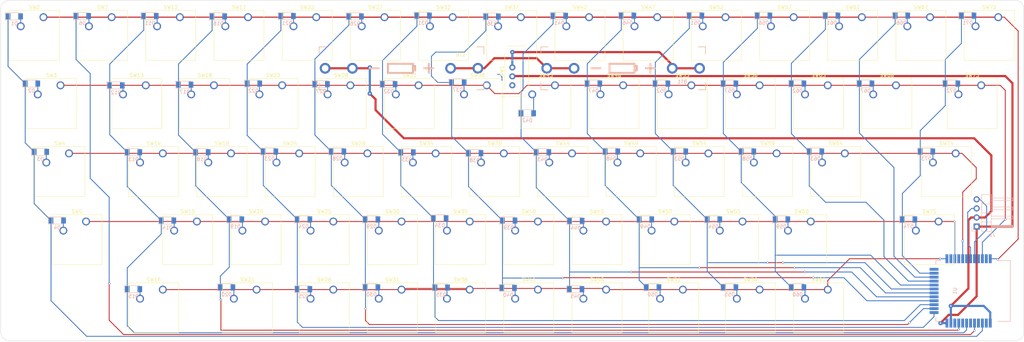
<source format=kicad_pcb>
(kicad_pcb (version 4) (host pcbnew 4.0.7)
  (layers (0 F.Cu signal) (31 B.Cu signal) (34 B.Paste user hide) (35 F.Paste user hide) (36 B.SilkS user hide) (37 F.SilkS user hide) (38 B.Mask user hide) (39 F.Mask user hide) (44 Edge.Cuts user))
  (net 0 "")
  (net 1 GND)
  (net 2 +3V3)
  (net 3 "Net-(D1-Pad2)")
  (net 4 "Net-(D2-Pad2)")
  (net 5 "Net-(D3-Pad2)")
  (net 6 "Net-(D4-Pad2)")
  (net 7 "Net-(D6-Pad2)")
  (net 8 "Net-(D11-Pad2)")
  (net 9 "Net-(D12-Pad2)")
  (net 10 "Net-(D13-Pad2)")
  (net 11 "Net-(D14-Pad2)")
  (net 12 "Net-(D15-Pad2)")
  (net 13 "Net-(D16-Pad2)")
  (net 14 "Net-(D17-Pad2)")
  (net 15 "Net-(D18-Pad2)")
  (net 16 "Net-(D19-Pad2)")
  (net 17 "Net-(D20-Pad2)")
  (net 18 "Net-(D21-Pad2)")
  (net 19 "Net-(D22-Pad2)")
  (net 20 "Net-(D23-Pad2)")
  (net 21 "Net-(D24-Pad2)")
  (net 22 "Net-(D25-Pad2)")
  (net 23 "Net-(D26-Pad2)")
  (net 24 "Net-(D27-Pad2)")
  (net 25 "Net-(D28-Pad2)")
  (net 26 "Net-(D29-Pad2)")
  (net 27 "Net-(D31-Pad2)")
  (net 28 "Net-(J1-Pad3)")
  (net 29 "Net-(U1-Pad8)")
  (net 30 "Net-(U1-Pad30)")
  (net 31 "Net-(U1-Pad33)")
  (net 32 "Net-(U1-Pad35)")
  (net 33 /col0)
  (net 34 /col1)
  (net 35 /col2)
  (net 36 /col3)
  (net 37 /col4)
  (net 38 /col5)
  (net 39 /col6)
  (net 40 /row0)
  (net 41 /row1)
  (net 42 /row2)
  (net 43 /row3)
  (net 44 /row4)
  (net 45 "Net-(U1-Pad10)")
  (net 46 "Net-(U1-Pad26)")
  (net 47 "Net-(U1-Pad28)")
  (net 48 "Net-(D30-Pad2)")
  (net 49 "Net-(J1-Pad4)")
  (net 50 "Net-(BT1-Pad1)")
  (net 51 "Net-(SW1-Pad1)")
  (net 52 "Net-(BT1-Pad2)")
  (net 53 "Net-(D32-Pad2)")
  (net 54 "Net-(D33-Pad2)")
  (net 55 "Net-(D34-Pad2)")
  (net 56 "Net-(D35-Pad2)")
  (net 57 /col7)
  (net 58 "Net-(D36-Pad2)")
  (net 59 "Net-(D37-Pad2)")
  (net 60 "Net-(D38-Pad2)")
  (net 61 "Net-(D39-Pad2)")
  (net 62 "Net-(D40-Pad2)")
  (net 63 /col8)
  (net 64 "Net-(D41-Pad2)")
  (net 65 "Net-(D42-Pad2)")
  (net 66 "Net-(D43-Pad2)")
  (net 67 "Net-(D44-Pad2)")
  (net 68 "Net-(D45-Pad2)")
  (net 69 /col9)
  (net 70 "Net-(D46-Pad2)")
  (net 71 "Net-(D47-Pad2)")
  (net 72 "Net-(D48-Pad2)")
  (net 73 "Net-(D49-Pad2)")
  (net 74 "Net-(D50-Pad2)")
  (net 75 /col10)
  (net 76 "Net-(D51-Pad2)")
  (net 77 "Net-(D52-Pad2)")
  (net 78 "Net-(D53-Pad2)")
  (net 79 "Net-(D54-Pad2)")
  (net 80 "Net-(D55-Pad2)")
  (net 81 /col11)
  (net 82 "Net-(D56-Pad2)")
  (net 83 "Net-(D57-Pad2)")
  (net 84 "Net-(D58-Pad2)")
  (net 85 "Net-(D59-Pad2)")
  (net 86 "Net-(D60-Pad2)")
  (net 87 /col12)
  (net 88 "Net-(D61-Pad2)")
  (net 89 "Net-(D62-Pad2)")
  (net 90 "Net-(D63-Pad2)")
  (net 91 /col13)
  (net 92 "Net-(D66-Pad2)")
  (net 93 "Net-(D67-Pad2)")
  (net 94 /col14)
  (net 95 "Net-(D71-Pad2)")
  (net 96 "Net-(D72-Pad2)")
  (net 97 "Net-(D73-Pad2)")
  (net 98 "Net-(D74-Pad2)")
  (net 99 "Net-(U1-Pad2)")
  (net 100 "Net-(U1-Pad4)")
  (net 101 "Net-(U1-Pad6)")
  (net 102 "Net-(U1-Pad24)")
  (module Button_Switch_Keyboard:SW_Cherry_MX1A_1.00u_PCB (layer F.Cu) (at 52.3875 21.43125)
    (fp_text reference SW7 (at -2.54 -2.794) (layer F.SilkS))
    (fp_text value MOM-SPST)
    (pad 1 thru_hole circle (at 0 0) (size 2.2 2.2) (drill 1.5) (layers *.Cu *.Mask) (net 40 /row0))
    (pad 2 thru_hole circle (at -6.35 2.54) (size 2.2 2.2) (drill 1.5) (layers *.Cu *.Mask) (net 7 "Net-(D6-Pad2)"))
    (pad "" np_thru_hole circle (at -2.54 5.08) (size 4 4) (drill 4) (layers *.Cu *.Mask))
    (pad "" np_thru_hole circle (at -7.62 5.08) (size 1.7 1.7) (drill 1.7) (layers *.Cu *.Mask))
    (pad "" np_thru_hole circle (at 2.54 5.08) (size 1.7 1.7) (drill 1.7) (layers *.Cu *.Mask))
  )
  (module Button_Switch_Keyboard:SW_Cherry_MX1A_1.00u_PCB (layer F.Cu) (at 95.25 78.58125)
    (fp_text reference SW20 (at -2.54 -2.794) (layer F.SilkS))
    (fp_text value MOM-SPST)
    (pad 1 thru_hole circle (at 0 0) (size 2.2 2.2) (drill 1.5) (layers *.Cu *.Mask) (net 43 /row3))
    (pad 2 thru_hole circle (at -6.35 2.54) (size 2.2 2.2) (drill 1.5) (layers *.Cu *.Mask) (net 16 "Net-(D19-Pad2)"))
    (pad "" np_thru_hole circle (at -2.54 5.08) (size 4 4) (drill 4) (layers *.Cu *.Mask))
    (pad "" np_thru_hole circle (at -7.62 5.08) (size 1.7 1.7) (drill 1.7) (layers *.Cu *.Mask))
    (pad "" np_thru_hole circle (at 2.54 5.08) (size 1.7 1.7) (drill 1.7) (layers *.Cu *.Mask))
  )
  (module Button_Switch_Keyboard:SW_Cherry_MX1A_1.00u_PCB (layer F.Cu) (at 300.0375 21.43125)
    (fp_text reference SW72 (at -2.54 -2.794) (layer F.SilkS))
    (fp_text value MOM-SPST)
    (pad 1 thru_hole circle (at 0 0) (size 2.2 2.2) (drill 1.5) (layers *.Cu *.Mask) (net 40 /row0))
    (pad 2 thru_hole circle (at -6.35 2.54) (size 2.2 2.2) (drill 1.5) (layers *.Cu *.Mask) (net 95 "Net-(D71-Pad2)"))
    (pad "" np_thru_hole circle (at -2.54 5.08) (size 4 4) (drill 4) (layers *.Cu *.Mask))
    (pad "" np_thru_hole circle (at -7.62 5.08) (size 1.7 1.7) (drill 1.7) (layers *.Cu *.Mask))
    (pad "" np_thru_hole circle (at 2.54 5.08) (size 1.7 1.7) (drill 1.7) (layers *.Cu *.Mask))
  )
  (module Button_Switch_Keyboard:SW_Cherry_MX1A_1.00u_PCB (layer F.Cu) (at 147.6375 21.43125)
    (fp_text reference SW32 (at -2.54 -2.794) (layer F.SilkS))
    (fp_text value MOM-SPST)
    (pad 1 thru_hole circle (at 0 0) (size 2.2 2.2) (drill 1.5) (layers *.Cu *.Mask) (net 40 /row0))
    (pad 2 thru_hole circle (at -6.35 2.54) (size 2.2 2.2) (drill 1.5) (layers *.Cu *.Mask) (net 27 "Net-(D31-Pad2)"))
    (pad "" np_thru_hole circle (at -2.54 5.08) (size 4 4) (drill 4) (layers *.Cu *.Mask))
    (pad "" np_thru_hole circle (at -7.62 5.08) (size 1.7 1.7) (drill 1.7) (layers *.Cu *.Mask))
    (pad "" np_thru_hole circle (at 2.54 5.08) (size 1.7 1.7) (drill 1.7) (layers *.Cu *.Mask))
  )
  (module Button_Switch_Keyboard:SW_Cherry_MX1A_2.25u_PCB (layer F.Cu) (at 45.24375 78.58125)
    (fp_text reference SW5 (at -2.54 -2.794) (layer F.SilkS))
    (fp_text value MOM-SPST)
    (pad 1 thru_hole circle (at 0 0) (size 2.2 2.2) (drill 1.5) (layers *.Cu *.Mask) (net 43 /row3))
    (pad 2 thru_hole circle (at -6.35 2.54) (size 2.2 2.2) (drill 1.5) (layers *.Cu *.Mask) (net 6 "Net-(D4-Pad2)"))
    (pad "" np_thru_hole circle (at -2.54 5.08) (size 4 4) (drill 4) (layers *.Cu *.Mask))
    (pad "" np_thru_hole circle (at -7.62 5.08) (size 1.7 1.7) (drill 1.7) (layers *.Cu *.Mask))
    (pad "" np_thru_hole circle (at 2.54 5.08) (size 1.7 1.7) (drill 1.7) (layers *.Cu *.Mask))
  )
  (module Button_Switch_Keyboard:SW_Cherry_MX1A_1.50u_PCB (layer F.Cu) (at 38.1 40.48125)
    (fp_text reference SW3 (at -2.54 -2.794) (layer F.SilkS))
    (fp_text value MOM-SPST)
    (pad 1 thru_hole circle (at 0 0) (size 2.2 2.2) (drill 1.5) (layers *.Cu *.Mask) (net 41 /row1))
    (pad 2 thru_hole circle (at -6.35 2.54) (size 2.2 2.2) (drill 1.5) (layers *.Cu *.Mask) (net 4 "Net-(D2-Pad2)"))
    (pad "" np_thru_hole circle (at -2.54 5.08) (size 4 4) (drill 4) (layers *.Cu *.Mask))
    (pad "" np_thru_hole circle (at -7.62 5.08) (size 1.7 1.7) (drill 1.7) (layers *.Cu *.Mask))
    (pad "" np_thru_hole circle (at 2.54 5.08) (size 1.7 1.7) (drill 1.7) (layers *.Cu *.Mask))
  )
  (module Diodes_SMD:D_MiniMELF (layer B.Cu) (at 25.2 21.2)
    (fp_text reference D1 (at 0 2) (layer B.SilkS) (effects (justify mirror)))
    (fp_text value D)
    (pad 1 smd rect (at -1.75 0) (size 1.3 1.7) (layers B.Cu B.Paste B.Mask) (net 33 /col0))
    (pad 2 smd rect (at 1.75 0) (size 1.3 1.7) (layers B.Cu B.Paste B.Mask) (net 3 "Net-(D1-Pad2)"))
  )
  (module Diodes_SMD:D_MiniMELF (layer B.Cu) (at 30 40)
    (fp_text reference D2 (at 0 2) (layer B.SilkS) (effects (justify mirror)))
    (fp_text value D)
    (pad 1 smd rect (at -1.75 0) (size 1.3 1.7) (layers B.Cu B.Paste B.Mask) (net 33 /col0))
    (pad 2 smd rect (at 1.75 0) (size 1.3 1.7) (layers B.Cu B.Paste B.Mask) (net 4 "Net-(D2-Pad2)"))
  )
  (module Diodes_SMD:D_MiniMELF (layer B.Cu) (at 32.5 59.1)
    (fp_text reference D3 (at 0 2) (layer B.SilkS) (effects (justify mirror)))
    (fp_text value D)
    (pad 1 smd rect (at -1.75 0) (size 1.3 1.7) (layers B.Cu B.Paste B.Mask) (net 33 /col0))
    (pad 2 smd rect (at 1.75 0) (size 1.3 1.7) (layers B.Cu B.Paste B.Mask) (net 5 "Net-(D3-Pad2)"))
  )
  (module Diodes_SMD:D_MiniMELF (layer B.Cu) (at 37.2 78.3)
    (fp_text reference D4 (at 0 2) (layer B.SilkS) (effects (justify mirror)))
    (fp_text value D)
    (pad 1 smd rect (at -1.75 0) (size 1.3 1.7) (layers B.Cu B.Paste B.Mask) (net 33 /col0))
    (pad 2 smd rect (at 1.75 0) (size 1.3 1.7) (layers B.Cu B.Paste B.Mask) (net 6 "Net-(D4-Pad2)"))
  )
  (module Diodes_SMD:D_MiniMELF (layer B.Cu) (at 44.2 21.1)
    (fp_text reference D6 (at 0 2) (layer B.SilkS) (effects (justify mirror)))
    (fp_text value D)
    (pad 1 smd rect (at -1.75 0) (size 1.3 1.7) (layers B.Cu B.Paste B.Mask) (net 34 /col1))
    (pad 2 smd rect (at 1.75 0) (size 1.3 1.7) (layers B.Cu B.Paste B.Mask) (net 7 "Net-(D6-Pad2)"))
  )
  (module Diodes_SMD:D_MiniMELF (layer B.Cu) (at 63.1 21.1)
    (fp_text reference D11 (at 0 2) (layer B.SilkS) (effects (justify mirror)))
    (fp_text value D)
    (pad 1 smd rect (at -1.75 0) (size 1.3 1.7) (layers B.Cu B.Paste B.Mask) (net 35 /col2))
    (pad 2 smd rect (at 1.75 0) (size 1.3 1.7) (layers B.Cu B.Paste B.Mask) (net 8 "Net-(D11-Pad2)"))
  )
  (module Diodes_SMD:D_MiniMELF (layer B.Cu) (at 53.6 40.5)
    (fp_text reference D12 (at 0 2) (layer B.SilkS) (effects (justify mirror)))
    (fp_text value D)
    (pad 1 smd rect (at -1.75 0) (size 1.3 1.7) (layers B.Cu B.Paste B.Mask) (net 35 /col2))
    (pad 2 smd rect (at 1.75 0) (size 1.3 1.7) (layers B.Cu B.Paste B.Mask) (net 9 "Net-(D12-Pad2)"))
  )
  (module Diodes_SMD:D_MiniMELF (layer B.Cu) (at 58.5 59.2)
    (fp_text reference D13 (at 0 2) (layer B.SilkS) (effects (justify mirror)))
    (fp_text value D)
    (pad 1 smd rect (at -1.75 0) (size 1.3 1.7) (layers B.Cu B.Paste B.Mask) (net 35 /col2))
    (pad 2 smd rect (at 1.75 0) (size 1.3 1.7) (layers B.Cu B.Paste B.Mask) (net 10 "Net-(D13-Pad2)"))
  )
  (module Diodes_SMD:D_MiniMELF (layer B.Cu) (at 68 78.3)
    (fp_text reference D14 (at 0 2) (layer B.SilkS) (effects (justify mirror)))
    (fp_text value D)
    (pad 1 smd rect (at -1.75 0) (size 1.3 1.7) (layers B.Cu B.Paste B.Mask) (net 35 /col2))
    (pad 2 smd rect (at 1.75 0) (size 1.3 1.7) (layers B.Cu B.Paste B.Mask) (net 11 "Net-(D14-Pad2)"))
  )
  (module Diodes_SMD:D_MiniMELF (layer B.Cu) (at 58.5 97.5)
    (fp_text reference D15 (at 0 2) (layer B.SilkS) (effects (justify mirror)))
    (fp_text value D)
    (pad 1 smd rect (at -1.75 0) (size 1.3 1.7) (layers B.Cu B.Paste B.Mask) (net 35 /col2))
    (pad 2 smd rect (at 1.75 0) (size 1.3 1.7) (layers B.Cu B.Paste B.Mask) (net 12 "Net-(D15-Pad2)"))
  )
  (module Diodes_SMD:D_MiniMELF (layer B.Cu) (at 82.2 21.2)
    (fp_text reference D16 (at 0 2) (layer B.SilkS) (effects (justify mirror)))
    (fp_text value D)
    (pad 1 smd rect (at -1.75 0) (size 1.3 1.7) (layers B.Cu B.Paste B.Mask) (net 36 /col3))
    (pad 2 smd rect (at 1.75 0) (size 1.3 1.7) (layers B.Cu B.Paste B.Mask) (net 13 "Net-(D16-Pad2)"))
  )
  (module Diodes_SMD:D_MiniMELF (layer B.Cu) (at 72.8 40.3)
    (fp_text reference D17 (at 0 2) (layer B.SilkS) (effects (justify mirror)))
    (fp_text value D)
    (pad 1 smd rect (at -1.75 0) (size 1.3 1.7) (layers B.Cu B.Paste B.Mask) (net 36 /col3))
    (pad 2 smd rect (at 1.75 0) (size 1.3 1.7) (layers B.Cu B.Paste B.Mask) (net 14 "Net-(D17-Pad2)"))
  )
  (module Diodes_SMD:D_MiniMELF (layer B.Cu) (at 77.6 59.2)
    (fp_text reference D18 (at 0 2) (layer B.SilkS) (effects (justify mirror)))
    (fp_text value D)
    (pad 1 smd rect (at -1.75 0) (size 1.3 1.7) (layers B.Cu B.Paste B.Mask) (net 36 /col3))
    (pad 2 smd rect (at 1.75 0) (size 1.3 1.7) (layers B.Cu B.Paste B.Mask) (net 15 "Net-(D18-Pad2)"))
  )
  (module Diodes_SMD:D_MiniMELF (layer B.Cu) (at 87 78)
    (fp_text reference D19 (at 0 2) (layer B.SilkS) (effects (justify mirror)))
    (fp_text value D)
    (pad 1 smd rect (at -1.75 0) (size 1.3 1.7) (layers B.Cu B.Paste B.Mask) (net 36 /col3))
    (pad 2 smd rect (at 1.75 0) (size 1.3 1.7) (layers B.Cu B.Paste B.Mask) (net 16 "Net-(D19-Pad2)"))
  )
  (module Diodes_SMD:D_MiniMELF (layer B.Cu) (at 84.5 97)
    (fp_text reference D20 (at 0 2) (layer B.SilkS) (effects (justify mirror)))
    (fp_text value D)
    (pad 1 smd rect (at -1.75 0) (size 1.3 1.7) (layers B.Cu B.Paste B.Mask) (net 36 /col3))
    (pad 2 smd rect (at 1.75 0) (size 1.3 1.7) (layers B.Cu B.Paste B.Mask) (net 17 "Net-(D20-Pad2)"))
  )
  (module Diodes_SMD:D_MiniMELF (layer B.Cu) (at 101.4 21.1)
    (fp_text reference D21 (at 0 2) (layer B.SilkS) (effects (justify mirror)))
    (fp_text value D)
    (pad 1 smd rect (at -1.75 0) (size 1.3 1.7) (layers B.Cu B.Paste B.Mask) (net 37 /col4))
    (pad 2 smd rect (at 1.75 0) (size 1.3 1.7) (layers B.Cu B.Paste B.Mask) (net 18 "Net-(D21-Pad2)"))
  )
  (module Diodes_SMD:D_MiniMELF (layer B.Cu) (at 92 40)
    (fp_text reference D22 (at 0 2) (layer B.SilkS) (effects (justify mirror)))
    (fp_text value D)
    (pad 1 smd rect (at -1.75 0) (size 1.3 1.7) (layers B.Cu B.Paste B.Mask) (net 37 /col4))
    (pad 2 smd rect (at 1.75 0) (size 1.3 1.7) (layers B.Cu B.Paste B.Mask) (net 19 "Net-(D22-Pad2)"))
  )
  (module Diodes_SMD:D_MiniMELF (layer B.Cu) (at 96.5 59)
    (fp_text reference D23 (at 0 2) (layer B.SilkS) (effects (justify mirror)))
    (fp_text value D)
    (pad 1 smd rect (at -1.75 0) (size 1.3 1.7) (layers B.Cu B.Paste B.Mask) (net 37 /col4))
    (pad 2 smd rect (at 1.75 0) (size 1.3 1.7) (layers B.Cu B.Paste B.Mask) (net 20 "Net-(D23-Pad2)"))
  )
  (module Diodes_SMD:D_MiniMELF (layer B.Cu) (at 106 78)
    (fp_text reference D24 (at 0 2) (layer B.SilkS) (effects (justify mirror)))
    (fp_text value D)
    (pad 1 smd rect (at -1.75 0) (size 1.3 1.7) (layers B.Cu B.Paste B.Mask) (net 37 /col4))
    (pad 2 smd rect (at 1.75 0) (size 1.3 1.7) (layers B.Cu B.Paste B.Mask) (net 21 "Net-(D24-Pad2)"))
  )
  (module Diodes_SMD:D_MiniMELF (layer B.Cu) (at 106 97.5)
    (fp_text reference D25 (at 0 2) (layer B.SilkS) (effects (justify mirror)))
    (fp_text value D)
    (pad 1 smd rect (at -1.75 0) (size 1.3 1.7) (layers B.Cu B.Paste B.Mask) (net 37 /col4))
    (pad 2 smd rect (at 1.75 0) (size 1.3 1.7) (layers B.Cu B.Paste B.Mask) (net 22 "Net-(D25-Pad2)"))
  )
  (module Diodes_SMD:D_MiniMELF (layer B.Cu) (at 120.4 21.2)
    (fp_text reference D26 (at 0 2) (layer B.SilkS) (effects (justify mirror)))
    (fp_text value D)
    (pad 1 smd rect (at -1.75 0) (size 1.3 1.7) (layers B.Cu B.Paste B.Mask) (net 38 /col5))
    (pad 2 smd rect (at 1.75 0) (size 1.3 1.7) (layers B.Cu B.Paste B.Mask) (net 23 "Net-(D26-Pad2)"))
  )
  (module Diodes_SMD:D_MiniMELF (layer B.Cu) (at 110.9 40.15)
    (fp_text reference D27 (at 0 2) (layer B.SilkS) (effects (justify mirror)))
    (fp_text value D)
    (pad 1 smd rect (at -1.75 0) (size 1.3 1.7) (layers B.Cu B.Paste B.Mask) (net 38 /col5))
    (pad 2 smd rect (at 1.75 0) (size 1.3 1.7) (layers B.Cu B.Paste B.Mask) (net 24 "Net-(D27-Pad2)"))
  )
  (module Diodes_SMD:D_MiniMELF (layer B.Cu) (at 115.5 59)
    (fp_text reference D28 (at 0 2) (layer B.SilkS) (effects (justify mirror)))
    (fp_text value D)
    (pad 1 smd rect (at -1.75 0) (size 1.3 1.7) (layers B.Cu B.Paste B.Mask) (net 38 /col5))
    (pad 2 smd rect (at 1.75 0) (size 1.3 1.7) (layers B.Cu B.Paste B.Mask) (net 25 "Net-(D28-Pad2)"))
  )
  (module Diodes_SMD:D_MiniMELF (layer B.Cu) (at 125 78)
    (fp_text reference D29 (at 0 2) (layer B.SilkS) (effects (justify mirror)))
    (fp_text value D)
    (pad 1 smd rect (at -1.75 0) (size 1.3 1.7) (layers B.Cu B.Paste B.Mask) (net 38 /col5))
    (pad 2 smd rect (at 1.75 0) (size 1.3 1.7) (layers B.Cu B.Paste B.Mask) (net 26 "Net-(D29-Pad2)"))
  )
  (module Diodes_SMD:D_MiniMELF (layer B.Cu) (at 139.4 21)
    (fp_text reference D31 (at 0 2) (layer B.SilkS) (effects (justify mirror)))
    (fp_text value D)
    (pad 1 smd rect (at -1.75 0) (size 1.3 1.7) (layers B.Cu B.Paste B.Mask) (net 39 /col6))
    (pad 2 smd rect (at 1.75 0) (size 1.3 1.7) (layers B.Cu B.Paste B.Mask) (net 27 "Net-(D31-Pad2)"))
  )
  (module Pin_Headers:Pin_Header_Angled_1x04_Pitch2.54mm (layer B.Cu) (at 294 80)
    (fp_text reference J1 (at 4.385 2.27) (layer B.SilkS) (effects (justify mirror)))
    (fp_text value Conn_01x04_Male)
    (pad 1 thru_hole rect (at 0 0) (size 1.7 1.7) (drill 1) (layers *.Cu *.Mask) (net 2 +3V3))
    (pad 2 thru_hole oval (at 0 -2.54) (size 1.7 1.7) (drill 1) (layers *.Cu *.Mask) (net 1 GND))
    (pad 3 thru_hole oval (at 0 -5.08) (size 1.7 1.7) (drill 1) (layers *.Cu *.Mask) (net 28 "Net-(J1-Pad3)"))
    (pad 4 thru_hole oval (at 0 -7.62) (size 1.7 1.7) (drill 1) (layers *.Cu *.Mask) (net 49 "Net-(J1-Pad4)"))
  )
  (module Button_Switch_Keyboard:SW_Cherry_MX1A_1.00u_PCB (layer F.Cu) (at 33.3375 21.43125)
    (fp_text reference SW2 (at -2.54 -2.794) (layer F.SilkS))
    (fp_text value MOM-SPST)
    (pad 1 thru_hole circle (at 0 0) (size 2.2 2.2) (drill 1.5) (layers *.Cu *.Mask) (net 40 /row0))
    (pad 2 thru_hole circle (at -6.35 2.54) (size 2.2 2.2) (drill 1.5) (layers *.Cu *.Mask) (net 3 "Net-(D1-Pad2)"))
    (pad "" np_thru_hole circle (at -2.54 5.08) (size 4 4) (drill 4) (layers *.Cu *.Mask))
    (pad "" np_thru_hole circle (at -7.62 5.08) (size 1.7 1.7) (drill 1.7) (layers *.Cu *.Mask))
    (pad "" np_thru_hole circle (at 2.54 5.08) (size 1.7 1.7) (drill 1.7) (layers *.Cu *.Mask))
  )
  (module Button_Switch_Keyboard:SW_Cherry_MX1A_1.75u_PCB (layer F.Cu) (at 40.48125 59.53125)
    (fp_text reference SW4 (at -2.54 -2.794) (layer F.SilkS))
    (fp_text value MOM-SPST)
    (pad 1 thru_hole circle (at 0 0) (size 2.2 2.2) (drill 1.5) (layers *.Cu *.Mask) (net 42 /row2))
    (pad 2 thru_hole circle (at -6.35 2.54) (size 2.2 2.2) (drill 1.5) (layers *.Cu *.Mask) (net 5 "Net-(D3-Pad2)"))
    (pad "" np_thru_hole circle (at -2.54 5.08) (size 4 4) (drill 4) (layers *.Cu *.Mask))
    (pad "" np_thru_hole circle (at -7.62 5.08) (size 1.7 1.7) (drill 1.7) (layers *.Cu *.Mask))
    (pad "" np_thru_hole circle (at 2.54 5.08) (size 1.7 1.7) (drill 1.7) (layers *.Cu *.Mask))
  )
  (module Button_Switch_Keyboard:SW_Cherry_MX1A_1.00u_PCB (layer F.Cu) (at 71.4375 21.43125)
    (fp_text reference SW12 (at -2.54 -2.794) (layer F.SilkS))
    (fp_text value MOM-SPST)
    (pad 1 thru_hole circle (at 0 0) (size 2.2 2.2) (drill 1.5) (layers *.Cu *.Mask) (net 40 /row0))
    (pad 2 thru_hole circle (at -6.35 2.54) (size 2.2 2.2) (drill 1.5) (layers *.Cu *.Mask) (net 8 "Net-(D11-Pad2)"))
    (pad "" np_thru_hole circle (at -2.54 5.08) (size 4 4) (drill 4) (layers *.Cu *.Mask))
    (pad "" np_thru_hole circle (at -7.62 5.08) (size 1.7 1.7) (drill 1.7) (layers *.Cu *.Mask))
    (pad "" np_thru_hole circle (at 2.54 5.08) (size 1.7 1.7) (drill 1.7) (layers *.Cu *.Mask))
  )
  (module Button_Switch_Keyboard:SW_Cherry_MX1A_1.00u_PCB (layer F.Cu) (at 61.9125 40.48125)
    (fp_text reference SW13 (at -2.54 -2.794) (layer F.SilkS))
    (fp_text value MOM-SPST)
    (pad 1 thru_hole circle (at 0 0) (size 2.2 2.2) (drill 1.5) (layers *.Cu *.Mask) (net 41 /row1))
    (pad 2 thru_hole circle (at -6.35 2.54) (size 2.2 2.2) (drill 1.5) (layers *.Cu *.Mask) (net 9 "Net-(D12-Pad2)"))
    (pad "" np_thru_hole circle (at -2.54 5.08) (size 4 4) (drill 4) (layers *.Cu *.Mask))
    (pad "" np_thru_hole circle (at -7.62 5.08) (size 1.7 1.7) (drill 1.7) (layers *.Cu *.Mask))
    (pad "" np_thru_hole circle (at 2.54 5.08) (size 1.7 1.7) (drill 1.7) (layers *.Cu *.Mask))
  )
  (module Button_Switch_Keyboard:SW_Cherry_MX1A_1.00u_PCB (layer F.Cu) (at 66.675 59.53125)
    (fp_text reference SW14 (at -2.54 -2.794) (layer F.SilkS))
    (fp_text value MOM-SPST)
    (pad 1 thru_hole circle (at 0 0) (size 2.2 2.2) (drill 1.5) (layers *.Cu *.Mask) (net 42 /row2))
    (pad 2 thru_hole circle (at -6.35 2.54) (size 2.2 2.2) (drill 1.5) (layers *.Cu *.Mask) (net 10 "Net-(D13-Pad2)"))
    (pad "" np_thru_hole circle (at -2.54 5.08) (size 4 4) (drill 4) (layers *.Cu *.Mask))
    (pad "" np_thru_hole circle (at -7.62 5.08) (size 1.7 1.7) (drill 1.7) (layers *.Cu *.Mask))
    (pad "" np_thru_hole circle (at 2.54 5.08) (size 1.7 1.7) (drill 1.7) (layers *.Cu *.Mask))
  )
  (module Button_Switch_Keyboard:SW_Cherry_MX1A_1.00u_PCB (layer F.Cu) (at 76.2 78.58125)
    (fp_text reference SW15 (at -2.54 -2.794) (layer F.SilkS))
    (fp_text value MOM-SPST)
    (pad 1 thru_hole circle (at 0 0) (size 2.2 2.2) (drill 1.5) (layers *.Cu *.Mask) (net 43 /row3))
    (pad 2 thru_hole circle (at -6.35 2.54) (size 2.2 2.2) (drill 1.5) (layers *.Cu *.Mask) (net 11 "Net-(D14-Pad2)"))
    (pad "" np_thru_hole circle (at -2.54 5.08) (size 4 4) (drill 4) (layers *.Cu *.Mask))
    (pad "" np_thru_hole circle (at -7.62 5.08) (size 1.7 1.7) (drill 1.7) (layers *.Cu *.Mask))
    (pad "" np_thru_hole circle (at 2.54 5.08) (size 1.7 1.7) (drill 1.7) (layers *.Cu *.Mask))
  )
  (module Button_Switch_Keyboard:SW_Cherry_MX1A_1.00u_PCB (layer F.Cu) (at 90.4875 21.43125)
    (fp_text reference SW17 (at -2.54 -2.794) (layer F.SilkS))
    (fp_text value MOM-SPST)
    (pad 1 thru_hole circle (at 0 0) (size 2.2 2.2) (drill 1.5) (layers *.Cu *.Mask) (net 40 /row0))
    (pad 2 thru_hole circle (at -6.35 2.54) (size 2.2 2.2) (drill 1.5) (layers *.Cu *.Mask) (net 13 "Net-(D16-Pad2)"))
    (pad "" np_thru_hole circle (at -2.54 5.08) (size 4 4) (drill 4) (layers *.Cu *.Mask))
    (pad "" np_thru_hole circle (at -7.62 5.08) (size 1.7 1.7) (drill 1.7) (layers *.Cu *.Mask))
    (pad "" np_thru_hole circle (at 2.54 5.08) (size 1.7 1.7) (drill 1.7) (layers *.Cu *.Mask))
  )
  (module Button_Switch_Keyboard:SW_Cherry_MX1A_1.00u_PCB (layer F.Cu) (at 80.9625 40.48125)
    (fp_text reference SW18 (at -2.54 -2.794) (layer F.SilkS))
    (fp_text value MOM-SPST)
    (pad 1 thru_hole circle (at 0 0) (size 2.2 2.2) (drill 1.5) (layers *.Cu *.Mask) (net 41 /row1))
    (pad 2 thru_hole circle (at -6.35 2.54) (size 2.2 2.2) (drill 1.5) (layers *.Cu *.Mask) (net 14 "Net-(D17-Pad2)"))
    (pad "" np_thru_hole circle (at -2.54 5.08) (size 4 4) (drill 4) (layers *.Cu *.Mask))
    (pad "" np_thru_hole circle (at -7.62 5.08) (size 1.7 1.7) (drill 1.7) (layers *.Cu *.Mask))
    (pad "" np_thru_hole circle (at 2.54 5.08) (size 1.7 1.7) (drill 1.7) (layers *.Cu *.Mask))
  )
  (module Button_Switch_Keyboard:SW_Cherry_MX1A_1.00u_PCB (layer F.Cu) (at 85.725 59.53125)
    (fp_text reference SW19 (at -2.54 -2.794) (layer F.SilkS))
    (fp_text value MOM-SPST)
    (pad 1 thru_hole circle (at 0 0) (size 2.2 2.2) (drill 1.5) (layers *.Cu *.Mask) (net 42 /row2))
    (pad 2 thru_hole circle (at -6.35 2.54) (size 2.2 2.2) (drill 1.5) (layers *.Cu *.Mask) (net 15 "Net-(D18-Pad2)"))
    (pad "" np_thru_hole circle (at -2.54 5.08) (size 4 4) (drill 4) (layers *.Cu *.Mask))
    (pad "" np_thru_hole circle (at -7.62 5.08) (size 1.7 1.7) (drill 1.7) (layers *.Cu *.Mask))
    (pad "" np_thru_hole circle (at 2.54 5.08) (size 1.7 1.7) (drill 1.7) (layers *.Cu *.Mask))
  )
  (module Button_Switch_Keyboard:SW_Cherry_MX1A_1.00u_PCB (layer F.Cu) (at 109.5375 21.43125)
    (fp_text reference SW22 (at -2.54 -2.794) (layer F.SilkS))
    (fp_text value MOM-SPST)
    (pad 1 thru_hole circle (at 0 0) (size 2.2 2.2) (drill 1.5) (layers *.Cu *.Mask) (net 40 /row0))
    (pad 2 thru_hole circle (at -6.35 2.54) (size 2.2 2.2) (drill 1.5) (layers *.Cu *.Mask) (net 18 "Net-(D21-Pad2)"))
    (pad "" np_thru_hole circle (at -2.54 5.08) (size 4 4) (drill 4) (layers *.Cu *.Mask))
    (pad "" np_thru_hole circle (at -7.62 5.08) (size 1.7 1.7) (drill 1.7) (layers *.Cu *.Mask))
    (pad "" np_thru_hole circle (at 2.54 5.08) (size 1.7 1.7) (drill 1.7) (layers *.Cu *.Mask))
  )
  (module Button_Switch_Keyboard:SW_Cherry_MX1A_1.00u_PCB (layer F.Cu) (at 100.0125 40.48125)
    (fp_text reference SW23 (at -2.54 -2.794) (layer F.SilkS))
    (fp_text value MOM-SPST)
    (pad 1 thru_hole circle (at 0 0) (size 2.2 2.2) (drill 1.5) (layers *.Cu *.Mask) (net 41 /row1))
    (pad 2 thru_hole circle (at -6.35 2.54) (size 2.2 2.2) (drill 1.5) (layers *.Cu *.Mask) (net 19 "Net-(D22-Pad2)"))
    (pad "" np_thru_hole circle (at -2.54 5.08) (size 4 4) (drill 4) (layers *.Cu *.Mask))
    (pad "" np_thru_hole circle (at -7.62 5.08) (size 1.7 1.7) (drill 1.7) (layers *.Cu *.Mask))
    (pad "" np_thru_hole circle (at 2.54 5.08) (size 1.7 1.7) (drill 1.7) (layers *.Cu *.Mask))
  )
  (module Button_Switch_Keyboard:SW_Cherry_MX1A_1.00u_PCB (layer F.Cu) (at 104.775 59.53125)
    (fp_text reference SW24 (at -2.54 -2.794) (layer F.SilkS))
    (fp_text value MOM-SPST)
    (pad 1 thru_hole circle (at 0 0) (size 2.2 2.2) (drill 1.5) (layers *.Cu *.Mask) (net 42 /row2))
    (pad 2 thru_hole circle (at -6.35 2.54) (size 2.2 2.2) (drill 1.5) (layers *.Cu *.Mask) (net 20 "Net-(D23-Pad2)"))
    (pad "" np_thru_hole circle (at -2.54 5.08) (size 4 4) (drill 4) (layers *.Cu *.Mask))
    (pad "" np_thru_hole circle (at -7.62 5.08) (size 1.7 1.7) (drill 1.7) (layers *.Cu *.Mask))
    (pad "" np_thru_hole circle (at 2.54 5.08) (size 1.7 1.7) (drill 1.7) (layers *.Cu *.Mask))
  )
  (module Button_Switch_Keyboard:SW_Cherry_MX1A_1.00u_PCB (layer F.Cu) (at 114.3 78.58125)
    (fp_text reference SW25 (at -2.54 -2.794) (layer F.SilkS))
    (fp_text value MOM-SPST)
    (pad 1 thru_hole circle (at 0 0) (size 2.2 2.2) (drill 1.5) (layers *.Cu *.Mask) (net 43 /row3))
    (pad 2 thru_hole circle (at -6.35 2.54) (size 2.2 2.2) (drill 1.5) (layers *.Cu *.Mask) (net 21 "Net-(D24-Pad2)"))
    (pad "" np_thru_hole circle (at -2.54 5.08) (size 4 4) (drill 4) (layers *.Cu *.Mask))
    (pad "" np_thru_hole circle (at -7.62 5.08) (size 1.7 1.7) (drill 1.7) (layers *.Cu *.Mask))
    (pad "" np_thru_hole circle (at 2.54 5.08) (size 1.7 1.7) (drill 1.7) (layers *.Cu *.Mask))
  )
  (module Button_Switch_Keyboard:SW_Cherry_MX1A_1.00u_PCB (layer F.Cu) (at 114.3 97.63125)
    (fp_text reference SW26 (at -2.54 -2.794) (layer F.SilkS))
    (fp_text value MOM-SPST)
    (pad 1 thru_hole circle (at 0 0) (size 2.2 2.2) (drill 1.5) (layers *.Cu *.Mask) (net 44 /row4))
    (pad 2 thru_hole circle (at -6.35 2.54) (size 2.2 2.2) (drill 1.5) (layers *.Cu *.Mask) (net 22 "Net-(D25-Pad2)"))
    (pad "" np_thru_hole circle (at -2.54 5.08) (size 4 4) (drill 4) (layers *.Cu *.Mask))
    (pad "" np_thru_hole circle (at -7.62 5.08) (size 1.7 1.7) (drill 1.7) (layers *.Cu *.Mask))
    (pad "" np_thru_hole circle (at 2.54 5.08) (size 1.7 1.7) (drill 1.7) (layers *.Cu *.Mask))
  )
  (module Button_Switch_Keyboard:SW_Cherry_MX1A_1.00u_PCB (layer F.Cu) (at 128.5875 21.43125)
    (fp_text reference SW27 (at -2.54 -2.794) (layer F.SilkS))
    (fp_text value MOM-SPST)
    (pad 1 thru_hole circle (at 0 0) (size 2.2 2.2) (drill 1.5) (layers *.Cu *.Mask) (net 40 /row0))
    (pad 2 thru_hole circle (at -6.35 2.54) (size 2.2 2.2) (drill 1.5) (layers *.Cu *.Mask) (net 23 "Net-(D26-Pad2)"))
    (pad "" np_thru_hole circle (at -2.54 5.08) (size 4 4) (drill 4) (layers *.Cu *.Mask))
    (pad "" np_thru_hole circle (at -7.62 5.08) (size 1.7 1.7) (drill 1.7) (layers *.Cu *.Mask))
    (pad "" np_thru_hole circle (at 2.54 5.08) (size 1.7 1.7) (drill 1.7) (layers *.Cu *.Mask))
  )
  (module Button_Switch_Keyboard:SW_Cherry_MX1A_1.00u_PCB (layer F.Cu) (at 119.0625 40.48125)
    (fp_text reference SW28 (at -2.54 -2.794) (layer F.SilkS))
    (fp_text value MOM-SPST)
    (pad 1 thru_hole circle (at 0 0) (size 2.2 2.2) (drill 1.5) (layers *.Cu *.Mask) (net 41 /row1))
    (pad 2 thru_hole circle (at -6.35 2.54) (size 2.2 2.2) (drill 1.5) (layers *.Cu *.Mask) (net 24 "Net-(D27-Pad2)"))
    (pad "" np_thru_hole circle (at -2.54 5.08) (size 4 4) (drill 4) (layers *.Cu *.Mask))
    (pad "" np_thru_hole circle (at -7.62 5.08) (size 1.7 1.7) (drill 1.7) (layers *.Cu *.Mask))
    (pad "" np_thru_hole circle (at 2.54 5.08) (size 1.7 1.7) (drill 1.7) (layers *.Cu *.Mask))
  )
  (module Button_Switch_Keyboard:SW_Cherry_MX1A_1.00u_PCB (layer F.Cu) (at 123.825 59.53125)
    (fp_text reference SW29 (at -2.54 -2.794) (layer F.SilkS))
    (fp_text value MOM-SPST)
    (pad 1 thru_hole circle (at 0 0) (size 2.2 2.2) (drill 1.5) (layers *.Cu *.Mask) (net 42 /row2))
    (pad 2 thru_hole circle (at -6.35 2.54) (size 2.2 2.2) (drill 1.5) (layers *.Cu *.Mask) (net 25 "Net-(D28-Pad2)"))
    (pad "" np_thru_hole circle (at -2.54 5.08) (size 4 4) (drill 4) (layers *.Cu *.Mask))
    (pad "" np_thru_hole circle (at -7.62 5.08) (size 1.7 1.7) (drill 1.7) (layers *.Cu *.Mask))
    (pad "" np_thru_hole circle (at 2.54 5.08) (size 1.7 1.7) (drill 1.7) (layers *.Cu *.Mask))
  )
  (module Button_Switch_Keyboard:SW_Cherry_MX1A_1.00u_PCB (layer F.Cu) (at 133.35 78.58125)
    (fp_text reference SW30 (at -2.54 -2.794) (layer F.SilkS))
    (fp_text value MOM-SPST)
    (pad 1 thru_hole circle (at 0 0) (size 2.2 2.2) (drill 1.5) (layers *.Cu *.Mask) (net 43 /row3))
    (pad 2 thru_hole circle (at -6.35 2.54) (size 2.2 2.2) (drill 1.5) (layers *.Cu *.Mask) (net 26 "Net-(D29-Pad2)"))
    (pad "" np_thru_hole circle (at -2.54 5.08) (size 4 4) (drill 4) (layers *.Cu *.Mask))
    (pad "" np_thru_hole circle (at -7.62 5.08) (size 1.7 1.7) (drill 1.7) (layers *.Cu *.Mask))
    (pad "" np_thru_hole circle (at 2.54 5.08) (size 1.7 1.7) (drill 1.7) (layers *.Cu *.Mask))
  )
  (module "Misc:Core51822(B)" (layer B.Cu) (at 293 98 90)
    (fp_text reference U1 (at 0 -5.08 90) (layer B.SilkS) (effects (justify mirror)))
    (fp_text value Core51822B)
    (pad 13 smd rect (at -6.05 -10.9 90) (size 0.8 2.5) (layers B.Cu B.Paste B.Mask) (net 37 /col4))
    (pad 14 smd rect (at -4.95 -10.9 90) (size 0.8 2.5) (layers B.Cu B.Paste B.Mask) (net 38 /col5))
    (pad 15 smd rect (at -3.85 -10.9 90) (size 0.8 2.5) (layers B.Cu B.Paste B.Mask) (net 39 /col6))
    (pad 16 smd rect (at -2.75 -10.9 90) (size 0.8 2.5) (layers B.Cu B.Paste B.Mask) (net 57 /col7))
    (pad 17 smd rect (at -1.65 -10.9 90) (size 0.8 2.5) (layers B.Cu B.Paste B.Mask) (net 63 /col8))
    (pad 18 smd rect (at -0.55 -10.9 90) (size 0.8 2.5) (layers B.Cu B.Paste B.Mask) (net 69 /col9))
    (pad 19 smd rect (at 0.55 -10.9 90) (size 0.8 2.5) (layers B.Cu B.Paste B.Mask) (net 75 /col10))
    (pad 20 smd rect (at 1.65 -10.9 90) (size 0.8 2.5) (layers B.Cu B.Paste B.Mask) (net 81 /col11))
    (pad 21 smd rect (at 2.75 -10.9 90) (size 0.8 2.5) (layers B.Cu B.Paste B.Mask) (net 87 /col12))
    (pad 22 smd rect (at 3.85 -10.9 90) (size 0.8 2.5) (layers B.Cu B.Paste B.Mask) (net 91 /col13))
    (pad 23 smd rect (at 4.95 -10.9 90) (size 0.8 2.5) (layers B.Cu B.Paste B.Mask) (net 94 /col14))
    (pad 24 smd rect (at 6.05 -10.9 90) (size 0.8 2.5) (layers B.Cu B.Paste B.Mask) (net 102 "Net-(U1-Pad24)"))
    (pad 1 smd rect (at -9 4.8) (size 0.8 2.5) (layers B.Cu B.Paste B.Mask) (net 1 GND))
    (pad 2 smd rect (at -9 3.7) (size 0.8 2.5) (layers B.Cu B.Paste B.Mask) (net 99 "Net-(U1-Pad2)"))
    (pad 3 smd rect (at -9 2.6) (size 0.8 2.5) (layers B.Cu B.Paste B.Mask) (net 33 /col0))
    (pad 4 smd rect (at -9 1.5) (size 0.8 2.5) (layers B.Cu B.Paste B.Mask) (net 100 "Net-(U1-Pad4)"))
    (pad 5 smd rect (at -9 0.4) (size 0.8 2.5) (layers B.Cu B.Paste B.Mask) (net 34 /col1))
    (pad 6 smd rect (at -9 -0.7) (size 0.8 2.5) (layers B.Cu B.Paste B.Mask) (net 101 "Net-(U1-Pad6)"))
    (pad 7 smd rect (at -9 -1.8) (size 0.8 2.5) (layers B.Cu B.Paste B.Mask) (net 35 /col2))
    (pad 8 smd rect (at -9 -2.9) (size 0.8 2.5) (layers B.Cu B.Paste B.Mask) (net 29 "Net-(U1-Pad8)"))
    (pad 9 smd rect (at -9 -4) (size 0.8 2.5) (layers B.Cu B.Paste B.Mask) (net 36 /col3))
    (pad 10 smd rect (at -9 -5.1) (size 0.8 2.5) (layers B.Cu B.Paste B.Mask) (net 45 "Net-(U1-Pad10)"))
    (pad 11 smd rect (at -9 -6.2) (size 0.8 2.5) (layers B.Cu B.Paste B.Mask) (net 1 GND))
    (pad 12 smd rect (at -9 -7.3) (size 0.8 2.5) (layers B.Cu B.Paste B.Mask) (net 2 +3V3))
    (pad 25 smd rect (at 9 -7.3) (size 0.8 2.5) (layers B.Cu B.Paste B.Mask) (net 44 /row4))
    (pad 26 smd rect (at 9 -6.2) (size 0.8 2.5) (layers B.Cu B.Paste B.Mask) (net 46 "Net-(U1-Pad26)"))
    (pad 27 smd rect (at 9 -5.1) (size 0.8 2.5) (layers B.Cu B.Paste B.Mask) (net 43 /row3))
    (pad 28 smd rect (at 9 -4) (size 0.8 2.5) (layers B.Cu B.Paste B.Mask) (net 47 "Net-(U1-Pad28)"))
    (pad 29 smd rect (at 9 -2.9) (size 0.8 2.5) (layers B.Cu B.Paste B.Mask) (net 42 /row2))
    (pad 30 smd rect (at 9 -1.8) (size 0.8 2.5) (layers B.Cu B.Paste B.Mask) (net 30 "Net-(U1-Pad30)"))
    (pad 31 smd rect (at 9 -0.7) (size 0.8 2.5) (layers B.Cu B.Paste B.Mask) (net 28 "Net-(J1-Pad3)"))
    (pad 32 smd rect (at 9 0.4) (size 0.8 2.5) (layers B.Cu B.Paste B.Mask) (net 49 "Net-(J1-Pad4)"))
    (pad 33 smd rect (at 9 1.5) (size 0.8 2.5) (layers B.Cu B.Paste B.Mask) (net 31 "Net-(U1-Pad33)"))
    (pad 34 smd rect (at 9 2.6) (size 0.8 2.5) (layers B.Cu B.Paste B.Mask) (net 41 /row1))
    (pad 35 smd rect (at 9 3.7) (size 0.8 2.5) (layers B.Cu B.Paste B.Mask) (net 32 "Net-(U1-Pad35)"))
    (pad 36 smd rect (at 9 4.8) (size 0.8 2.5) (layers B.Cu B.Paste B.Mask) (net 40 /row0))
  )
  (module Diodes_SMD:D_MiniMELF (layer B.Cu) (at 125 97)
    (fp_text reference D30 (at 0 2) (layer B.SilkS) (effects (justify mirror)))
    (fp_text value D)
    (pad 1 smd rect (at -1.75 0) (size 1.3 1.7) (layers B.Cu B.Paste B.Mask) (net 38 /col5))
    (pad 2 smd rect (at 1.75 0) (size 1.3 1.7) (layers B.Cu B.Paste B.Mask) (net 48 "Net-(D30-Pad2)"))
  )
  (module Button_Switch_Keyboard:SW_Cherry_MX1A_1.00u_PCB (layer F.Cu) (at 133.35 97.63125)
    (fp_text reference SW31 (at -2.54 -2.794) (layer F.SilkS))
    (fp_text value MOM-SPST)
    (pad 1 thru_hole circle (at 0 0) (size 2.2 2.2) (drill 1.5) (layers *.Cu *.Mask) (net 44 /row4))
    (pad 2 thru_hole circle (at -6.35 2.54) (size 2.2 2.2) (drill 1.5) (layers *.Cu *.Mask) (net 48 "Net-(D30-Pad2)"))
    (pad "" np_thru_hole circle (at -2.54 5.08) (size 4 4) (drill 4) (layers *.Cu *.Mask))
    (pad "" np_thru_hole circle (at -7.62 5.08) (size 1.7 1.7) (drill 1.7) (layers *.Cu *.Mask))
    (pad "" np_thru_hole circle (at 2.54 5.08) (size 1.7 1.7) (drill 1.7) (layers *.Cu *.Mask))
  )
  (module Button_Switch_Keyboard:SW_E-Switch_EG1224_SPDT_Angled (layer F.Cu) (at 164.30625 40.48125 90)
    (fp_text reference SW1 (at 4 -2.95 90) (layer F.SilkS))
    (fp_text value SW_SPDT)
    (pad 1 thru_hole circle (at 0 0 90) (size 1.7 1.7) (drill 0.9) (layers *.Cu *.Mask) (net 51 "Net-(SW1-Pad1)"))
    (pad 2 thru_hole circle (at 2.5 0 90) (size 1.7 1.7) (drill 0.9) (layers *.Cu *.Mask) (net 2 +3V3))
    (pad 3 thru_hole circle (at 5 0 90) (size 1.7 1.7) (drill 0.9) (layers *.Cu *.Mask) (net 50 "Net-(BT1-Pad1)"))
  )
  (module Misc:KEYSTONE-82_AAA_battery-clip (layer F.Cu) (at 133.35 35.71875 180)
    (fp_text reference BT2 (at -16.51 3.81 180) (layer F.SilkS))
    (fp_text value Battery_Cell)
    (pad 2 thru_hole circle (at 13.715 0 270) (size 3 3) (drill 1.85) (layers *.Cu *.Mask) (net 1 GND))
    (pad 1 thru_hole circle (at -13.715 0 270) (size 3 3) (drill 1.85) (layers *.Cu *.Mask) (net 52 "Net-(BT1-Pad2)"))
    (pad 1 thru_hole circle (at -21.335 0 270) (size 3 3) (drill 1.85) (layers *.Cu *.Mask) (net 52 "Net-(BT1-Pad2)"))
    (pad 2 thru_hole circle (at 21.335 0 270) (size 3 3) (drill 1.85) (layers *.Cu *.Mask) (net 1 GND))
  )
  (module Diodes_SMD:D_MiniMELF (layer B.Cu) (at 129.8 40.15)
    (fp_text reference D32 (at 0 2) (layer B.SilkS) (effects (justify mirror)))
    (fp_text value D)
    (pad 1 smd rect (at -1.75 0) (size 1.3 1.7) (layers B.Cu B.Paste B.Mask) (net 39 /col6))
    (pad 2 smd rect (at 1.75 0) (size 1.3 1.7) (layers B.Cu B.Paste B.Mask) (net 53 "Net-(D32-Pad2)"))
  )
  (module Diodes_SMD:D_MiniMELF (layer B.Cu) (at 134.9 59.25)
    (fp_text reference D33 (at 0 2) (layer B.SilkS) (effects (justify mirror)))
    (fp_text value D)
    (pad 1 smd rect (at -1.75 0) (size 1.3 1.7) (layers B.Cu B.Paste B.Mask) (net 39 /col6))
    (pad 2 smd rect (at 1.75 0) (size 1.3 1.7) (layers B.Cu B.Paste B.Mask) (net 54 "Net-(D33-Pad2)"))
  )
  (module Diodes_SMD:D_MiniMELF (layer B.Cu) (at 144.05 77.7)
    (fp_text reference D34 (at 0 2) (layer B.SilkS) (effects (justify mirror)))
    (fp_text value D)
    (pad 1 smd rect (at -1.75 0) (size 1.3 1.7) (layers B.Cu B.Paste B.Mask) (net 39 /col6))
    (pad 2 smd rect (at 1.75 0) (size 1.3 1.7) (layers B.Cu B.Paste B.Mask) (net 55 "Net-(D34-Pad2)"))
  )
  (module Diodes_SMD:D_MiniMELF (layer B.Cu) (at 144.45 97.05)
    (fp_text reference D35 (at 0 2) (layer B.SilkS) (effects (justify mirror)))
    (fp_text value D)
    (pad 1 smd rect (at -1.75 0) (size 1.3 1.7) (layers B.Cu B.Paste B.Mask) (net 39 /col6))
    (pad 2 smd rect (at 1.75 0) (size 1.3 1.7) (layers B.Cu B.Paste B.Mask) (net 56 "Net-(D35-Pad2)"))
  )
  (module Diodes_SMD:D_MiniMELF (layer B.Cu) (at 158.65 21.25)
    (fp_text reference D36 (at 0 2) (layer B.SilkS) (effects (justify mirror)))
    (fp_text value D)
    (pad 1 smd rect (at -1.75 0) (size 1.3 1.7) (layers B.Cu B.Paste B.Mask) (net 57 /col7))
    (pad 2 smd rect (at 1.75 0) (size 1.3 1.7) (layers B.Cu B.Paste B.Mask) (net 58 "Net-(D36-Pad2)"))
  )
  (module Diodes_SMD:D_MiniMELF (layer B.Cu) (at 149.1 39.7)
    (fp_text reference D37 (at 0 2) (layer B.SilkS) (effects (justify mirror)))
    (fp_text value D)
    (pad 1 smd rect (at -1.75 0) (size 1.3 1.7) (layers B.Cu B.Paste B.Mask) (net 57 /col7))
    (pad 2 smd rect (at 1.75 0) (size 1.3 1.7) (layers B.Cu B.Paste B.Mask) (net 59 "Net-(D37-Pad2)"))
  )
  (module Diodes_SMD:D_MiniMELF (layer B.Cu) (at 153.8 59.45)
    (fp_text reference D38 (at 0 2) (layer B.SilkS) (effects (justify mirror)))
    (fp_text value D)
    (pad 1 smd rect (at -1.75 0) (size 1.3 1.7) (layers B.Cu B.Paste B.Mask) (net 57 /col7))
    (pad 2 smd rect (at 1.75 0) (size 1.3 1.7) (layers B.Cu B.Paste B.Mask) (net 60 "Net-(D38-Pad2)"))
  )
  (module Diodes_SMD:D_MiniMELF (layer B.Cu) (at 163.3 78.3)
    (fp_text reference D39 (at 0 2) (layer B.SilkS) (effects (justify mirror)))
    (fp_text value D)
    (pad 1 smd rect (at -1.75 0) (size 1.3 1.7) (layers B.Cu B.Paste B.Mask) (net 57 /col7))
    (pad 2 smd rect (at 1.75 0) (size 1.3 1.7) (layers B.Cu B.Paste B.Mask) (net 61 "Net-(D39-Pad2)"))
  )
  (module Diodes_SMD:D_MiniMELF (layer B.Cu) (at 163.15 97.15)
    (fp_text reference D40 (at 0 2) (layer B.SilkS) (effects (justify mirror)))
    (fp_text value D)
    (pad 1 smd rect (at -1.75 0) (size 1.3 1.7) (layers B.Cu B.Paste B.Mask) (net 57 /col7))
    (pad 2 smd rect (at 1.75 0) (size 1.3 1.7) (layers B.Cu B.Paste B.Mask) (net 62 "Net-(D40-Pad2)"))
  )
  (module Diodes_SMD:D_MiniMELF (layer B.Cu) (at 177.45 21.05)
    (fp_text reference D41 (at 0 2) (layer B.SilkS) (effects (justify mirror)))
    (fp_text value D)
    (pad 1 smd rect (at -1.75 0) (size 1.3 1.7) (layers B.Cu B.Paste B.Mask) (net 63 /col8))
    (pad 2 smd rect (at 1.75 0) (size 1.3 1.7) (layers B.Cu B.Paste B.Mask) (net 64 "Net-(D41-Pad2)"))
  )
  (module Diodes_SMD:D_MiniMELF (layer B.Cu) (at 168.5 48.3)
    (fp_text reference D42 (at 0 2) (layer B.SilkS) (effects (justify mirror)))
    (fp_text value D)
    (pad 1 smd rect (at -1.75 0) (size 1.3 1.7) (layers B.Cu B.Paste B.Mask) (net 63 /col8))
    (pad 2 smd rect (at 1.75 0) (size 1.3 1.7) (layers B.Cu B.Paste B.Mask) (net 65 "Net-(D42-Pad2)"))
  )
  (module Diodes_SMD:D_MiniMELF (layer B.Cu) (at 172.75 59.2)
    (fp_text reference D43 (at 0 2) (layer B.SilkS) (effects (justify mirror)))
    (fp_text value D)
    (pad 1 smd rect (at -1.75 0) (size 1.3 1.7) (layers B.Cu B.Paste B.Mask) (net 63 /col8))
    (pad 2 smd rect (at 1.75 0) (size 1.3 1.7) (layers B.Cu B.Paste B.Mask) (net 66 "Net-(D43-Pad2)"))
  )
  (module Diodes_SMD:D_MiniMELF (layer B.Cu) (at 182.05 78.4)
    (fp_text reference D44 (at 0 2) (layer B.SilkS) (effects (justify mirror)))
    (fp_text value D)
    (pad 1 smd rect (at -1.75 0) (size 1.3 1.7) (layers B.Cu B.Paste B.Mask) (net 63 /col8))
    (pad 2 smd rect (at 1.75 0) (size 1.3 1.7) (layers B.Cu B.Paste B.Mask) (net 67 "Net-(D44-Pad2)"))
  )
  (module Diodes_SMD:D_MiniMELF (layer B.Cu) (at 182 97.5)
    (fp_text reference D45 (at 0 2) (layer B.SilkS) (effects (justify mirror)))
    (fp_text value D)
    (pad 1 smd rect (at -1.75 0) (size 1.3 1.7) (layers B.Cu B.Paste B.Mask) (net 63 /col8))
    (pad 2 smd rect (at 1.75 0) (size 1.3 1.7) (layers B.Cu B.Paste B.Mask) (net 68 "Net-(D45-Pad2)"))
  )
  (module Diodes_SMD:D_MiniMELF (layer B.Cu) (at 196.5 21)
    (fp_text reference D46 (at 0 2) (layer B.SilkS) (effects (justify mirror)))
    (fp_text value D)
    (pad 1 smd rect (at -1.75 0) (size 1.3 1.7) (layers B.Cu B.Paste B.Mask) (net 69 /col9))
    (pad 2 smd rect (at 1.75 0) (size 1.3 1.7) (layers B.Cu B.Paste B.Mask) (net 70 "Net-(D46-Pad2)"))
  )
  (module Diodes_SMD:D_MiniMELF (layer B.Cu) (at 187 40)
    (fp_text reference D47 (at 0 2) (layer B.SilkS) (effects (justify mirror)))
    (fp_text value D)
    (pad 1 smd rect (at -1.75 0) (size 1.3 1.7) (layers B.Cu B.Paste B.Mask) (net 69 /col9))
    (pad 2 smd rect (at 1.75 0) (size 1.3 1.7) (layers B.Cu B.Paste B.Mask) (net 71 "Net-(D47-Pad2)"))
  )
  (module Diodes_SMD:D_MiniMELF (layer B.Cu) (at 192 59)
    (fp_text reference D48 (at 0 2) (layer B.SilkS) (effects (justify mirror)))
    (fp_text value D)
    (pad 1 smd rect (at -1.75 0) (size 1.3 1.7) (layers B.Cu B.Paste B.Mask) (net 69 /col9))
    (pad 2 smd rect (at 1.75 0) (size 1.3 1.7) (layers B.Cu B.Paste B.Mask) (net 72 "Net-(D48-Pad2)"))
  )
  (module Diodes_SMD:D_MiniMELF (layer B.Cu) (at 201.5 78)
    (fp_text reference D49 (at 0 2) (layer B.SilkS) (effects (justify mirror)))
    (fp_text value D)
    (pad 1 smd rect (at -1.75 0) (size 1.3 1.7) (layers B.Cu B.Paste B.Mask) (net 69 /col9))
    (pad 2 smd rect (at 1.75 0) (size 1.3 1.7) (layers B.Cu B.Paste B.Mask) (net 73 "Net-(D49-Pad2)"))
  )
  (module Diodes_SMD:D_MiniMELF (layer B.Cu) (at 203.5 97)
    (fp_text reference D50 (at 0 2) (layer B.SilkS) (effects (justify mirror)))
    (fp_text value D)
    (pad 1 smd rect (at -1.75 0) (size 1.3 1.7) (layers B.Cu B.Paste B.Mask) (net 69 /col9))
    (pad 2 smd rect (at 1.75 0) (size 1.3 1.7) (layers B.Cu B.Paste B.Mask) (net 74 "Net-(D50-Pad2)"))
  )
  (module Diodes_SMD:D_MiniMELF (layer B.Cu) (at 215.5 21)
    (fp_text reference D51 (at 0 2) (layer B.SilkS) (effects (justify mirror)))
    (fp_text value D)
    (pad 1 smd rect (at -1.75 0) (size 1.3 1.7) (layers B.Cu B.Paste B.Mask) (net 75 /col10))
    (pad 2 smd rect (at 1.75 0) (size 1.3 1.7) (layers B.Cu B.Paste B.Mask) (net 76 "Net-(D51-Pad2)"))
  )
  (module Diodes_SMD:D_MiniMELF (layer B.Cu) (at 206 40)
    (fp_text reference D52 (at 0 2) (layer B.SilkS) (effects (justify mirror)))
    (fp_text value D)
    (pad 1 smd rect (at -1.75 0) (size 1.3 1.7) (layers B.Cu B.Paste B.Mask) (net 75 /col10))
    (pad 2 smd rect (at 1.75 0) (size 1.3 1.7) (layers B.Cu B.Paste B.Mask) (net 77 "Net-(D52-Pad2)"))
  )
  (module Diodes_SMD:D_MiniMELF (layer B.Cu) (at 211 59)
    (fp_text reference D53 (at 0 2) (layer B.SilkS) (effects (justify mirror)))
    (fp_text value D)
    (pad 1 smd rect (at -1.75 0) (size 1.3 1.7) (layers B.Cu B.Paste B.Mask) (net 75 /col10))
    (pad 2 smd rect (at 1.75 0) (size 1.3 1.7) (layers B.Cu B.Paste B.Mask) (net 78 "Net-(D53-Pad2)"))
  )
  (module Diodes_SMD:D_MiniMELF (layer B.Cu) (at 220.5 78)
    (fp_text reference D54 (at 0 2) (layer B.SilkS) (effects (justify mirror)))
    (fp_text value D)
    (pad 1 smd rect (at -1.75 0) (size 1.3 1.7) (layers B.Cu B.Paste B.Mask) (net 75 /col10))
    (pad 2 smd rect (at 1.75 0) (size 1.3 1.7) (layers B.Cu B.Paste B.Mask) (net 79 "Net-(D54-Pad2)"))
  )
  (module Diodes_SMD:D_MiniMELF (layer B.Cu) (at 225 97)
    (fp_text reference D55 (at 0 2) (layer B.SilkS) (effects (justify mirror)))
    (fp_text value D)
    (pad 1 smd rect (at -1.75 0) (size 1.3 1.7) (layers B.Cu B.Paste B.Mask) (net 75 /col10))
    (pad 2 smd rect (at 1.75 0) (size 1.3 1.7) (layers B.Cu B.Paste B.Mask) (net 80 "Net-(D55-Pad2)"))
  )
  (module Diodes_SMD:D_MiniMELF (layer B.Cu) (at 234.5 21)
    (fp_text reference D56 (at 0 2) (layer B.SilkS) (effects (justify mirror)))
    (fp_text value D)
    (pad 1 smd rect (at -1.75 0) (size 1.3 1.7) (layers B.Cu B.Paste B.Mask) (net 81 /col11))
    (pad 2 smd rect (at 1.75 0) (size 1.3 1.7) (layers B.Cu B.Paste B.Mask) (net 82 "Net-(D56-Pad2)"))
  )
  (module Diodes_SMD:D_MiniMELF (layer B.Cu) (at 225 40)
    (fp_text reference D57 (at 0 2) (layer B.SilkS) (effects (justify mirror)))
    (fp_text value D)
    (pad 1 smd rect (at -1.75 0) (size 1.3 1.7) (layers B.Cu B.Paste B.Mask) (net 81 /col11))
    (pad 2 smd rect (at 1.75 0) (size 1.3 1.7) (layers B.Cu B.Paste B.Mask) (net 83 "Net-(D57-Pad2)"))
  )
  (module Diodes_SMD:D_MiniMELF (layer B.Cu) (at 230 59)
    (fp_text reference D58 (at 0 2) (layer B.SilkS) (effects (justify mirror)))
    (fp_text value D)
    (pad 1 smd rect (at -1.75 0) (size 1.3 1.7) (layers B.Cu B.Paste B.Mask) (net 81 /col11))
    (pad 2 smd rect (at 1.75 0) (size 1.3 1.7) (layers B.Cu B.Paste B.Mask) (net 84 "Net-(D58-Pad2)"))
  )
  (module Diodes_SMD:D_MiniMELF (layer B.Cu) (at 239.5 78)
    (fp_text reference D59 (at 0 2) (layer B.SilkS) (effects (justify mirror)))
    (fp_text value D)
    (pad 1 smd rect (at -1.75 0) (size 1.3 1.7) (layers B.Cu B.Paste B.Mask) (net 81 /col11))
    (pad 2 smd rect (at 1.75 0) (size 1.3 1.7) (layers B.Cu B.Paste B.Mask) (net 85 "Net-(D59-Pad2)"))
  )
  (module Diodes_SMD:D_MiniMELF (layer B.Cu) (at 244 97)
    (fp_text reference D60 (at 0 2) (layer B.SilkS) (effects (justify mirror)))
    (fp_text value D)
    (pad 1 smd rect (at -1.75 0) (size 1.3 1.7) (layers B.Cu B.Paste B.Mask) (net 81 /col11))
    (pad 2 smd rect (at 1.75 0) (size 1.3 1.7) (layers B.Cu B.Paste B.Mask) (net 86 "Net-(D60-Pad2)"))
  )
  (module Diodes_SMD:D_MiniMELF (layer B.Cu) (at 253.5 21)
    (fp_text reference D61 (at 0 2) (layer B.SilkS) (effects (justify mirror)))
    (fp_text value D)
    (pad 1 smd rect (at -1.75 0) (size 1.3 1.7) (layers B.Cu B.Paste B.Mask) (net 87 /col12))
    (pad 2 smd rect (at 1.75 0) (size 1.3 1.7) (layers B.Cu B.Paste B.Mask) (net 88 "Net-(D61-Pad2)"))
  )
  (module Diodes_SMD:D_MiniMELF (layer B.Cu) (at 244 40)
    (fp_text reference D62 (at 0 2) (layer B.SilkS) (effects (justify mirror)))
    (fp_text value D)
    (pad 1 smd rect (at -1.75 0) (size 1.3 1.7) (layers B.Cu B.Paste B.Mask) (net 87 /col12))
    (pad 2 smd rect (at 1.75 0) (size 1.3 1.7) (layers B.Cu B.Paste B.Mask) (net 89 "Net-(D62-Pad2)"))
  )
  (module Diodes_SMD:D_MiniMELF (layer B.Cu) (at 249 59)
    (fp_text reference D63 (at 0 2) (layer B.SilkS) (effects (justify mirror)))
    (fp_text value D)
    (pad 1 smd rect (at -1.75 0) (size 1.3 1.7) (layers B.Cu B.Paste B.Mask) (net 87 /col12))
    (pad 2 smd rect (at 1.75 0) (size 1.3 1.7) (layers B.Cu B.Paste B.Mask) (net 90 "Net-(D63-Pad2)"))
  )
  (module Diodes_SMD:D_MiniMELF (layer B.Cu) (at 273 21)
    (fp_text reference D66 (at 0 2) (layer B.SilkS) (effects (justify mirror)))
    (fp_text value D)
    (pad 1 smd rect (at -1.75 0) (size 1.3 1.7) (layers B.Cu B.Paste B.Mask) (net 91 /col13))
    (pad 2 smd rect (at 1.75 0) (size 1.3 1.7) (layers B.Cu B.Paste B.Mask) (net 92 "Net-(D66-Pad2)"))
  )
  (module Diodes_SMD:D_MiniMELF (layer B.Cu) (at 263 40)
    (fp_text reference D67 (at 0 2) (layer B.SilkS) (effects (justify mirror)))
    (fp_text value D)
    (pad 1 smd rect (at -1.75 0) (size 1.3 1.7) (layers B.Cu B.Paste B.Mask) (net 91 /col13))
    (pad 2 smd rect (at 1.75 0) (size 1.3 1.7) (layers B.Cu B.Paste B.Mask) (net 93 "Net-(D67-Pad2)"))
  )
  (module Diodes_SMD:D_MiniMELF (layer B.Cu) (at 291.5 21)
    (fp_text reference D71 (at 0 2) (layer B.SilkS) (effects (justify mirror)))
    (fp_text value D)
    (pad 1 smd rect (at -1.75 0) (size 1.3 1.7) (layers B.Cu B.Paste B.Mask) (net 94 /col14))
    (pad 2 smd rect (at 1.75 0) (size 1.3 1.7) (layers B.Cu B.Paste B.Mask) (net 95 "Net-(D71-Pad2)"))
  )
  (module Diodes_SMD:D_MiniMELF (layer B.Cu) (at 287 40)
    (fp_text reference D72 (at 0 2) (layer B.SilkS) (effects (justify mirror)))
    (fp_text value D)
    (pad 1 smd rect (at -1.75 0) (size 1.3 1.7) (layers B.Cu B.Paste B.Mask) (net 94 /col14))
    (pad 2 smd rect (at 1.75 0) (size 1.3 1.7) (layers B.Cu B.Paste B.Mask) (net 96 "Net-(D72-Pad2)"))
  )
  (module Diodes_SMD:D_MiniMELF (layer B.Cu) (at 280 59)
    (fp_text reference D73 (at 0 2) (layer B.SilkS) (effects (justify mirror)))
    (fp_text value D)
    (pad 1 smd rect (at -1.75 0) (size 1.3 1.7) (layers B.Cu B.Paste B.Mask) (net 94 /col14))
    (pad 2 smd rect (at 1.75 0) (size 1.3 1.7) (layers B.Cu B.Paste B.Mask) (net 97 "Net-(D73-Pad2)"))
  )
  (module Diodes_SMD:D_MiniMELF (layer B.Cu) (at 275 78)
    (fp_text reference D74 (at 0 2) (layer B.SilkS) (effects (justify mirror)))
    (fp_text value D)
    (pad 1 smd rect (at -1.75 0) (size 1.3 1.7) (layers B.Cu B.Paste B.Mask) (net 94 /col14))
    (pad 2 smd rect (at 1.75 0) (size 1.3 1.7) (layers B.Cu B.Paste B.Mask) (net 98 "Net-(D74-Pad2)"))
  )
  (module Button_Switch_Keyboard:SW_Cherry_MX1A_1.00u_PCB (layer F.Cu) (at 138.1125 40.48125)
    (fp_text reference SW33 (at -2.54 -2.794) (layer F.SilkS))
    (fp_text value MOM-SPST)
    (pad 1 thru_hole circle (at 0 0) (size 2.2 2.2) (drill 1.5) (layers *.Cu *.Mask) (net 41 /row1))
    (pad 2 thru_hole circle (at -6.35 2.54) (size 2.2 2.2) (drill 1.5) (layers *.Cu *.Mask) (net 53 "Net-(D32-Pad2)"))
    (pad "" np_thru_hole circle (at -2.54 5.08) (size 4 4) (drill 4) (layers *.Cu *.Mask))
    (pad "" np_thru_hole circle (at -7.62 5.08) (size 1.7 1.7) (drill 1.7) (layers *.Cu *.Mask))
    (pad "" np_thru_hole circle (at 2.54 5.08) (size 1.7 1.7) (drill 1.7) (layers *.Cu *.Mask))
  )
  (module Button_Switch_Keyboard:SW_Cherry_MX1A_1.00u_PCB (layer F.Cu) (at 142.875 59.53125)
    (fp_text reference SW34 (at -2.54 -2.794) (layer F.SilkS))
    (fp_text value MOM-SPST)
    (pad 1 thru_hole circle (at 0 0) (size 2.2 2.2) (drill 1.5) (layers *.Cu *.Mask) (net 42 /row2))
    (pad 2 thru_hole circle (at -6.35 2.54) (size 2.2 2.2) (drill 1.5) (layers *.Cu *.Mask) (net 54 "Net-(D33-Pad2)"))
    (pad "" np_thru_hole circle (at -2.54 5.08) (size 4 4) (drill 4) (layers *.Cu *.Mask))
    (pad "" np_thru_hole circle (at -7.62 5.08) (size 1.7 1.7) (drill 1.7) (layers *.Cu *.Mask))
    (pad "" np_thru_hole circle (at 2.54 5.08) (size 1.7 1.7) (drill 1.7) (layers *.Cu *.Mask))
  )
  (module Button_Switch_Keyboard:SW_Cherry_MX1A_1.00u_PCB (layer F.Cu) (at 152.4 78.58125)
    (fp_text reference SW35 (at -2.54 -2.794) (layer F.SilkS))
    (fp_text value MOM-SPST)
    (pad 1 thru_hole circle (at 0 0) (size 2.2 2.2) (drill 1.5) (layers *.Cu *.Mask) (net 43 /row3))
    (pad 2 thru_hole circle (at -6.35 2.54) (size 2.2 2.2) (drill 1.5) (layers *.Cu *.Mask) (net 55 "Net-(D34-Pad2)"))
    (pad "" np_thru_hole circle (at -2.54 5.08) (size 4 4) (drill 4) (layers *.Cu *.Mask))
    (pad "" np_thru_hole circle (at -7.62 5.08) (size 1.7 1.7) (drill 1.7) (layers *.Cu *.Mask))
    (pad "" np_thru_hole circle (at 2.54 5.08) (size 1.7 1.7) (drill 1.7) (layers *.Cu *.Mask))
  )
  (module Button_Switch_Keyboard:SW_Cherry_MX1A_1.00u_PCB (layer F.Cu) (at 152.4 97.63125)
    (fp_text reference SW36 (at -2.54 -2.794) (layer F.SilkS))
    (fp_text value MOM-SPST)
    (pad 1 thru_hole circle (at 0 0) (size 2.2 2.2) (drill 1.5) (layers *.Cu *.Mask) (net 44 /row4))
    (pad 2 thru_hole circle (at -6.35 2.54) (size 2.2 2.2) (drill 1.5) (layers *.Cu *.Mask) (net 56 "Net-(D35-Pad2)"))
    (pad "" np_thru_hole circle (at -2.54 5.08) (size 4 4) (drill 4) (layers *.Cu *.Mask))
    (pad "" np_thru_hole circle (at -7.62 5.08) (size 1.7 1.7) (drill 1.7) (layers *.Cu *.Mask))
    (pad "" np_thru_hole circle (at 2.54 5.08) (size 1.7 1.7) (drill 1.7) (layers *.Cu *.Mask))
  )
  (module Button_Switch_Keyboard:SW_Cherry_MX1A_1.00u_PCB (layer F.Cu) (at 166.6875 21.43125)
    (fp_text reference SW37 (at -2.54 -2.794) (layer F.SilkS))
    (fp_text value MOM-SPST)
    (pad 1 thru_hole circle (at 0 0) (size 2.2 2.2) (drill 1.5) (layers *.Cu *.Mask) (net 40 /row0))
    (pad 2 thru_hole circle (at -6.35 2.54) (size 2.2 2.2) (drill 1.5) (layers *.Cu *.Mask) (net 58 "Net-(D36-Pad2)"))
    (pad "" np_thru_hole circle (at -2.54 5.08) (size 4 4) (drill 4) (layers *.Cu *.Mask))
    (pad "" np_thru_hole circle (at -7.62 5.08) (size 1.7 1.7) (drill 1.7) (layers *.Cu *.Mask))
    (pad "" np_thru_hole circle (at 2.54 5.08) (size 1.7 1.7) (drill 1.7) (layers *.Cu *.Mask))
  )
  (module Button_Switch_Keyboard:SW_Cherry_MX1A_1.00u_PCB (layer F.Cu) (at 157.1625 40.48125)
    (fp_text reference SW38 (at -2.54 -2.794) (layer F.SilkS))
    (fp_text value MOM-SPST)
    (pad 1 thru_hole circle (at 0 0) (size 2.2 2.2) (drill 1.5) (layers *.Cu *.Mask) (net 41 /row1))
    (pad 2 thru_hole circle (at -6.35 2.54) (size 2.2 2.2) (drill 1.5) (layers *.Cu *.Mask) (net 59 "Net-(D37-Pad2)"))
    (pad "" np_thru_hole circle (at -2.54 5.08) (size 4 4) (drill 4) (layers *.Cu *.Mask))
    (pad "" np_thru_hole circle (at -7.62 5.08) (size 1.7 1.7) (drill 1.7) (layers *.Cu *.Mask))
    (pad "" np_thru_hole circle (at 2.54 5.08) (size 1.7 1.7) (drill 1.7) (layers *.Cu *.Mask))
  )
  (module Button_Switch_Keyboard:SW_Cherry_MX1A_1.00u_PCB (layer F.Cu) (at 161.925 59.53125)
    (fp_text reference SW39 (at -2.54 -2.794) (layer F.SilkS))
    (fp_text value MOM-SPST)
    (pad 1 thru_hole circle (at 0 0) (size 2.2 2.2) (drill 1.5) (layers *.Cu *.Mask) (net 42 /row2))
    (pad 2 thru_hole circle (at -6.35 2.54) (size 2.2 2.2) (drill 1.5) (layers *.Cu *.Mask) (net 60 "Net-(D38-Pad2)"))
    (pad "" np_thru_hole circle (at -2.54 5.08) (size 4 4) (drill 4) (layers *.Cu *.Mask))
    (pad "" np_thru_hole circle (at -7.62 5.08) (size 1.7 1.7) (drill 1.7) (layers *.Cu *.Mask))
    (pad "" np_thru_hole circle (at 2.54 5.08) (size 1.7 1.7) (drill 1.7) (layers *.Cu *.Mask))
  )
  (module Button_Switch_Keyboard:SW_Cherry_MX1A_1.00u_PCB (layer F.Cu) (at 171.45 78.58125)
    (fp_text reference SW40 (at -2.54 -2.794) (layer F.SilkS))
    (fp_text value MOM-SPST)
    (pad 1 thru_hole circle (at 0 0) (size 2.2 2.2) (drill 1.5) (layers *.Cu *.Mask) (net 43 /row3))
    (pad 2 thru_hole circle (at -6.35 2.54) (size 2.2 2.2) (drill 1.5) (layers *.Cu *.Mask) (net 61 "Net-(D39-Pad2)"))
    (pad "" np_thru_hole circle (at -2.54 5.08) (size 4 4) (drill 4) (layers *.Cu *.Mask))
    (pad "" np_thru_hole circle (at -7.62 5.08) (size 1.7 1.7) (drill 1.7) (layers *.Cu *.Mask))
    (pad "" np_thru_hole circle (at 2.54 5.08) (size 1.7 1.7) (drill 1.7) (layers *.Cu *.Mask))
  )
  (module Button_Switch_Keyboard:SW_Cherry_MX1A_1.00u_PCB (layer F.Cu) (at 171.45 97.63125)
    (fp_text reference SW41 (at -2.54 -2.794) (layer F.SilkS))
    (fp_text value MOM-SPST)
    (pad 1 thru_hole circle (at 0 0) (size 2.2 2.2) (drill 1.5) (layers *.Cu *.Mask) (net 44 /row4))
    (pad 2 thru_hole circle (at -6.35 2.54) (size 2.2 2.2) (drill 1.5) (layers *.Cu *.Mask) (net 62 "Net-(D40-Pad2)"))
    (pad "" np_thru_hole circle (at -2.54 5.08) (size 4 4) (drill 4) (layers *.Cu *.Mask))
    (pad "" np_thru_hole circle (at -7.62 5.08) (size 1.7 1.7) (drill 1.7) (layers *.Cu *.Mask))
    (pad "" np_thru_hole circle (at 2.54 5.08) (size 1.7 1.7) (drill 1.7) (layers *.Cu *.Mask))
  )
  (module Button_Switch_Keyboard:SW_Cherry_MX1A_1.00u_PCB (layer F.Cu) (at 185.7375 21.43125)
    (fp_text reference SW42 (at -2.54 -2.794) (layer F.SilkS))
    (fp_text value MOM-SPST)
    (pad 1 thru_hole circle (at 0 0) (size 2.2 2.2) (drill 1.5) (layers *.Cu *.Mask) (net 40 /row0))
    (pad 2 thru_hole circle (at -6.35 2.54) (size 2.2 2.2) (drill 1.5) (layers *.Cu *.Mask) (net 64 "Net-(D41-Pad2)"))
    (pad "" np_thru_hole circle (at -2.54 5.08) (size 4 4) (drill 4) (layers *.Cu *.Mask))
    (pad "" np_thru_hole circle (at -7.62 5.08) (size 1.7 1.7) (drill 1.7) (layers *.Cu *.Mask))
    (pad "" np_thru_hole circle (at 2.54 5.08) (size 1.7 1.7) (drill 1.7) (layers *.Cu *.Mask))
  )
  (module Button_Switch_Keyboard:SW_Cherry_MX1A_1.00u_PCB (layer F.Cu) (at 190.5 97.63125)
    (fp_text reference SW46 (at -2.54 -2.794) (layer F.SilkS))
    (fp_text value MOM-SPST)
    (pad 1 thru_hole circle (at 0 0) (size 2.2 2.2) (drill 1.5) (layers *.Cu *.Mask) (net 44 /row4))
    (pad 2 thru_hole circle (at -6.35 2.54) (size 2.2 2.2) (drill 1.5) (layers *.Cu *.Mask) (net 68 "Net-(D45-Pad2)"))
    (pad "" np_thru_hole circle (at -2.54 5.08) (size 4 4) (drill 4) (layers *.Cu *.Mask))
    (pad "" np_thru_hole circle (at -7.62 5.08) (size 1.7 1.7) (drill 1.7) (layers *.Cu *.Mask))
    (pad "" np_thru_hole circle (at 2.54 5.08) (size 1.7 1.7) (drill 1.7) (layers *.Cu *.Mask))
  )
  (module Button_Switch_Keyboard:SW_Cherry_MX1A_1.00u_PCB (layer F.Cu) (at 204.7875 21.43125)
    (fp_text reference SW47 (at -2.54 -2.794) (layer F.SilkS))
    (fp_text value MOM-SPST)
    (pad 1 thru_hole circle (at 0 0) (size 2.2 2.2) (drill 1.5) (layers *.Cu *.Mask) (net 40 /row0))
    (pad 2 thru_hole circle (at -6.35 2.54) (size 2.2 2.2) (drill 1.5) (layers *.Cu *.Mask) (net 70 "Net-(D46-Pad2)"))
    (pad "" np_thru_hole circle (at -2.54 5.08) (size 4 4) (drill 4) (layers *.Cu *.Mask))
    (pad "" np_thru_hole circle (at -7.62 5.08) (size 1.7 1.7) (drill 1.7) (layers *.Cu *.Mask))
    (pad "" np_thru_hole circle (at 2.54 5.08) (size 1.7 1.7) (drill 1.7) (layers *.Cu *.Mask))
  )
  (module Button_Switch_Keyboard:SW_Cherry_MX1A_1.00u_PCB (layer F.Cu) (at 195.2625 40.48125)
    (fp_text reference SW48 (at -2.54 -2.794) (layer F.SilkS))
    (fp_text value MOM-SPST)
    (pad 1 thru_hole circle (at 0 0) (size 2.2 2.2) (drill 1.5) (layers *.Cu *.Mask) (net 41 /row1))
    (pad 2 thru_hole circle (at -6.35 2.54) (size 2.2 2.2) (drill 1.5) (layers *.Cu *.Mask) (net 71 "Net-(D47-Pad2)"))
    (pad "" np_thru_hole circle (at -2.54 5.08) (size 4 4) (drill 4) (layers *.Cu *.Mask))
    (pad "" np_thru_hole circle (at -7.62 5.08) (size 1.7 1.7) (drill 1.7) (layers *.Cu *.Mask))
    (pad "" np_thru_hole circle (at 2.54 5.08) (size 1.7 1.7) (drill 1.7) (layers *.Cu *.Mask))
  )
  (module Button_Switch_Keyboard:SW_Cherry_MX1A_1.00u_PCB (layer F.Cu) (at 200.025 59.53125)
    (fp_text reference SW49 (at -2.54 -2.794) (layer F.SilkS))
    (fp_text value MOM-SPST)
    (pad 1 thru_hole circle (at 0 0) (size 2.2 2.2) (drill 1.5) (layers *.Cu *.Mask) (net 42 /row2))
    (pad 2 thru_hole circle (at -6.35 2.54) (size 2.2 2.2) (drill 1.5) (layers *.Cu *.Mask) (net 72 "Net-(D48-Pad2)"))
    (pad "" np_thru_hole circle (at -2.54 5.08) (size 4 4) (drill 4) (layers *.Cu *.Mask))
    (pad "" np_thru_hole circle (at -7.62 5.08) (size 1.7 1.7) (drill 1.7) (layers *.Cu *.Mask))
    (pad "" np_thru_hole circle (at 2.54 5.08) (size 1.7 1.7) (drill 1.7) (layers *.Cu *.Mask))
  )
  (module Button_Switch_Keyboard:SW_Cherry_MX1A_1.00u_PCB (layer F.Cu) (at 209.55 78.58125)
    (fp_text reference SW50 (at -2.54 -2.794) (layer F.SilkS))
    (fp_text value MOM-SPST)
    (pad 1 thru_hole circle (at 0 0) (size 2.2 2.2) (drill 1.5) (layers *.Cu *.Mask) (net 43 /row3))
    (pad 2 thru_hole circle (at -6.35 2.54) (size 2.2 2.2) (drill 1.5) (layers *.Cu *.Mask) (net 73 "Net-(D49-Pad2)"))
    (pad "" np_thru_hole circle (at -2.54 5.08) (size 4 4) (drill 4) (layers *.Cu *.Mask))
    (pad "" np_thru_hole circle (at -7.62 5.08) (size 1.7 1.7) (drill 1.7) (layers *.Cu *.Mask))
    (pad "" np_thru_hole circle (at 2.54 5.08) (size 1.7 1.7) (drill 1.7) (layers *.Cu *.Mask))
  )
  (module Button_Switch_Keyboard:SW_Cherry_MX1A_1.00u_PCB (layer F.Cu) (at 223.8375 21.43125)
    (fp_text reference SW52 (at -2.54 -2.794) (layer F.SilkS))
    (fp_text value MOM-SPST)
    (pad 1 thru_hole circle (at 0 0) (size 2.2 2.2) (drill 1.5) (layers *.Cu *.Mask) (net 40 /row0))
    (pad 2 thru_hole circle (at -6.35 2.54) (size 2.2 2.2) (drill 1.5) (layers *.Cu *.Mask) (net 76 "Net-(D51-Pad2)"))
    (pad "" np_thru_hole circle (at -2.54 5.08) (size 4 4) (drill 4) (layers *.Cu *.Mask))
    (pad "" np_thru_hole circle (at -7.62 5.08) (size 1.7 1.7) (drill 1.7) (layers *.Cu *.Mask))
    (pad "" np_thru_hole circle (at 2.54 5.08) (size 1.7 1.7) (drill 1.7) (layers *.Cu *.Mask))
  )
  (module Button_Switch_Keyboard:SW_Cherry_MX1A_1.00u_PCB (layer F.Cu) (at 214.3125 40.48125)
    (fp_text reference SW53 (at -2.54 -2.794) (layer F.SilkS))
    (fp_text value MOM-SPST)
    (pad 1 thru_hole circle (at 0 0) (size 2.2 2.2) (drill 1.5) (layers *.Cu *.Mask) (net 41 /row1))
    (pad 2 thru_hole circle (at -6.35 2.54) (size 2.2 2.2) (drill 1.5) (layers *.Cu *.Mask) (net 77 "Net-(D52-Pad2)"))
    (pad "" np_thru_hole circle (at -2.54 5.08) (size 4 4) (drill 4) (layers *.Cu *.Mask))
    (pad "" np_thru_hole circle (at -7.62 5.08) (size 1.7 1.7) (drill 1.7) (layers *.Cu *.Mask))
    (pad "" np_thru_hole circle (at 2.54 5.08) (size 1.7 1.7) (drill 1.7) (layers *.Cu *.Mask))
  )
  (module Button_Switch_Keyboard:SW_Cherry_MX1A_1.00u_PCB (layer F.Cu) (at 219.075 59.53125)
    (fp_text reference SW54 (at -2.54 -2.794) (layer F.SilkS))
    (fp_text value MOM-SPST)
    (pad 1 thru_hole circle (at 0 0) (size 2.2 2.2) (drill 1.5) (layers *.Cu *.Mask) (net 42 /row2))
    (pad 2 thru_hole circle (at -6.35 2.54) (size 2.2 2.2) (drill 1.5) (layers *.Cu *.Mask) (net 78 "Net-(D53-Pad2)"))
    (pad "" np_thru_hole circle (at -2.54 5.08) (size 4 4) (drill 4) (layers *.Cu *.Mask))
    (pad "" np_thru_hole circle (at -7.62 5.08) (size 1.7 1.7) (drill 1.7) (layers *.Cu *.Mask))
    (pad "" np_thru_hole circle (at 2.54 5.08) (size 1.7 1.7) (drill 1.7) (layers *.Cu *.Mask))
  )
  (module Button_Switch_Keyboard:SW_Cherry_MX1A_1.00u_PCB (layer F.Cu) (at 228.6 78.58125)
    (fp_text reference SW55 (at -2.54 -2.794) (layer F.SilkS))
    (fp_text value MOM-SPST)
    (pad 1 thru_hole circle (at 0 0) (size 2.2 2.2) (drill 1.5) (layers *.Cu *.Mask) (net 43 /row3))
    (pad 2 thru_hole circle (at -6.35 2.54) (size 2.2 2.2) (drill 1.5) (layers *.Cu *.Mask) (net 79 "Net-(D54-Pad2)"))
    (pad "" np_thru_hole circle (at -2.54 5.08) (size 4 4) (drill 4) (layers *.Cu *.Mask))
    (pad "" np_thru_hole circle (at -7.62 5.08) (size 1.7 1.7) (drill 1.7) (layers *.Cu *.Mask))
    (pad "" np_thru_hole circle (at 2.54 5.08) (size 1.7 1.7) (drill 1.7) (layers *.Cu *.Mask))
  )
  (module Button_Switch_Keyboard:SW_Cherry_MX1A_1.00u_PCB (layer F.Cu) (at 233.3625 97.63125)
    (fp_text reference SW56 (at -2.54 -2.794) (layer F.SilkS))
    (fp_text value MOM-SPST)
    (pad 1 thru_hole circle (at 0 0) (size 2.2 2.2) (drill 1.5) (layers *.Cu *.Mask) (net 44 /row4))
    (pad 2 thru_hole circle (at -6.35 2.54) (size 2.2 2.2) (drill 1.5) (layers *.Cu *.Mask) (net 80 "Net-(D55-Pad2)"))
    (pad "" np_thru_hole circle (at -2.54 5.08) (size 4 4) (drill 4) (layers *.Cu *.Mask))
    (pad "" np_thru_hole circle (at -7.62 5.08) (size 1.7 1.7) (drill 1.7) (layers *.Cu *.Mask))
    (pad "" np_thru_hole circle (at 2.54 5.08) (size 1.7 1.7) (drill 1.7) (layers *.Cu *.Mask))
  )
  (module Button_Switch_Keyboard:SW_Cherry_MX1A_1.00u_PCB (layer F.Cu) (at 242.8875 21.43125)
    (fp_text reference SW57 (at -2.54 -2.794) (layer F.SilkS))
    (fp_text value MOM-SPST)
    (pad 1 thru_hole circle (at 0 0) (size 2.2 2.2) (drill 1.5) (layers *.Cu *.Mask) (net 40 /row0))
    (pad 2 thru_hole circle (at -6.35 2.54) (size 2.2 2.2) (drill 1.5) (layers *.Cu *.Mask) (net 82 "Net-(D56-Pad2)"))
    (pad "" np_thru_hole circle (at -2.54 5.08) (size 4 4) (drill 4) (layers *.Cu *.Mask))
    (pad "" np_thru_hole circle (at -7.62 5.08) (size 1.7 1.7) (drill 1.7) (layers *.Cu *.Mask))
    (pad "" np_thru_hole circle (at 2.54 5.08) (size 1.7 1.7) (drill 1.7) (layers *.Cu *.Mask))
  )
  (module Button_Switch_Keyboard:SW_Cherry_MX1A_1.00u_PCB (layer F.Cu) (at 233.3625 40.48125)
    (fp_text reference SW58 (at -2.54 -2.794) (layer F.SilkS))
    (fp_text value MOM-SPST)
    (pad 1 thru_hole circle (at 0 0) (size 2.2 2.2) (drill 1.5) (layers *.Cu *.Mask) (net 41 /row1))
    (pad 2 thru_hole circle (at -6.35 2.54) (size 2.2 2.2) (drill 1.5) (layers *.Cu *.Mask) (net 83 "Net-(D57-Pad2)"))
    (pad "" np_thru_hole circle (at -2.54 5.08) (size 4 4) (drill 4) (layers *.Cu *.Mask))
    (pad "" np_thru_hole circle (at -7.62 5.08) (size 1.7 1.7) (drill 1.7) (layers *.Cu *.Mask))
    (pad "" np_thru_hole circle (at 2.54 5.08) (size 1.7 1.7) (drill 1.7) (layers *.Cu *.Mask))
  )
  (module Button_Switch_Keyboard:SW_Cherry_MX1A_1.00u_PCB (layer F.Cu) (at 238.125 59.53125)
    (fp_text reference SW59 (at -2.54 -2.794) (layer F.SilkS))
    (fp_text value MOM-SPST)
    (pad 1 thru_hole circle (at 0 0) (size 2.2 2.2) (drill 1.5) (layers *.Cu *.Mask) (net 42 /row2))
    (pad 2 thru_hole circle (at -6.35 2.54) (size 2.2 2.2) (drill 1.5) (layers *.Cu *.Mask) (net 84 "Net-(D58-Pad2)"))
    (pad "" np_thru_hole circle (at -2.54 5.08) (size 4 4) (drill 4) (layers *.Cu *.Mask))
    (pad "" np_thru_hole circle (at -7.62 5.08) (size 1.7 1.7) (drill 1.7) (layers *.Cu *.Mask))
    (pad "" np_thru_hole circle (at 2.54 5.08) (size 1.7 1.7) (drill 1.7) (layers *.Cu *.Mask))
  )
  (module Button_Switch_Keyboard:SW_Cherry_MX1A_1.00u_PCB (layer F.Cu) (at 247.65 78.58125)
    (fp_text reference SW60 (at -2.54 -2.794) (layer F.SilkS))
    (fp_text value MOM-SPST)
    (pad 1 thru_hole circle (at 0 0) (size 2.2 2.2) (drill 1.5) (layers *.Cu *.Mask) (net 43 /row3))
    (pad 2 thru_hole circle (at -6.35 2.54) (size 2.2 2.2) (drill 1.5) (layers *.Cu *.Mask) (net 85 "Net-(D59-Pad2)"))
    (pad "" np_thru_hole circle (at -2.54 5.08) (size 4 4) (drill 4) (layers *.Cu *.Mask))
    (pad "" np_thru_hole circle (at -7.62 5.08) (size 1.7 1.7) (drill 1.7) (layers *.Cu *.Mask))
    (pad "" np_thru_hole circle (at 2.54 5.08) (size 1.7 1.7) (drill 1.7) (layers *.Cu *.Mask))
  )
  (module Button_Switch_Keyboard:SW_Cherry_MX1A_1.00u_PCB (layer F.Cu) (at 252.4125 97.63125)
    (fp_text reference SW61 (at -2.54 -2.794) (layer F.SilkS))
    (fp_text value MOM-SPST)
    (pad 1 thru_hole circle (at 0 0) (size 2.2 2.2) (drill 1.5) (layers *.Cu *.Mask) (net 44 /row4))
    (pad 2 thru_hole circle (at -6.35 2.54) (size 2.2 2.2) (drill 1.5) (layers *.Cu *.Mask) (net 86 "Net-(D60-Pad2)"))
    (pad "" np_thru_hole circle (at -2.54 5.08) (size 4 4) (drill 4) (layers *.Cu *.Mask))
    (pad "" np_thru_hole circle (at -7.62 5.08) (size 1.7 1.7) (drill 1.7) (layers *.Cu *.Mask))
    (pad "" np_thru_hole circle (at 2.54 5.08) (size 1.7 1.7) (drill 1.7) (layers *.Cu *.Mask))
  )
  (module Button_Switch_Keyboard:SW_Cherry_MX1A_1.00u_PCB (layer F.Cu) (at 261.9375 21.43125)
    (fp_text reference SW62 (at -2.54 -2.794) (layer F.SilkS))
    (fp_text value MOM-SPST)
    (pad 1 thru_hole circle (at 0 0) (size 2.2 2.2) (drill 1.5) (layers *.Cu *.Mask) (net 40 /row0))
    (pad 2 thru_hole circle (at -6.35 2.54) (size 2.2 2.2) (drill 1.5) (layers *.Cu *.Mask) (net 88 "Net-(D61-Pad2)"))
    (pad "" np_thru_hole circle (at -2.54 5.08) (size 4 4) (drill 4) (layers *.Cu *.Mask))
    (pad "" np_thru_hole circle (at -7.62 5.08) (size 1.7 1.7) (drill 1.7) (layers *.Cu *.Mask))
    (pad "" np_thru_hole circle (at 2.54 5.08) (size 1.7 1.7) (drill 1.7) (layers *.Cu *.Mask))
  )
  (module Button_Switch_Keyboard:SW_Cherry_MX1A_1.00u_PCB (layer F.Cu) (at 252.4125 40.48125)
    (fp_text reference SW63 (at -2.54 -2.794) (layer F.SilkS))
    (fp_text value MOM-SPST)
    (pad 1 thru_hole circle (at 0 0) (size 2.2 2.2) (drill 1.5) (layers *.Cu *.Mask) (net 41 /row1))
    (pad 2 thru_hole circle (at -6.35 2.54) (size 2.2 2.2) (drill 1.5) (layers *.Cu *.Mask) (net 89 "Net-(D62-Pad2)"))
    (pad "" np_thru_hole circle (at -2.54 5.08) (size 4 4) (drill 4) (layers *.Cu *.Mask))
    (pad "" np_thru_hole circle (at -7.62 5.08) (size 1.7 1.7) (drill 1.7) (layers *.Cu *.Mask))
    (pad "" np_thru_hole circle (at 2.54 5.08) (size 1.7 1.7) (drill 1.7) (layers *.Cu *.Mask))
  )
  (module Button_Switch_Keyboard:SW_Cherry_MX1A_1.00u_PCB (layer F.Cu) (at 257.175 59.53125)
    (fp_text reference SW64 (at -2.54 -2.794) (layer F.SilkS))
    (fp_text value MOM-SPST)
    (pad 1 thru_hole circle (at 0 0) (size 2.2 2.2) (drill 1.5) (layers *.Cu *.Mask) (net 42 /row2))
    (pad 2 thru_hole circle (at -6.35 2.54) (size 2.2 2.2) (drill 1.5) (layers *.Cu *.Mask) (net 90 "Net-(D63-Pad2)"))
    (pad "" np_thru_hole circle (at -2.54 5.08) (size 4 4) (drill 4) (layers *.Cu *.Mask))
    (pad "" np_thru_hole circle (at -7.62 5.08) (size 1.7 1.7) (drill 1.7) (layers *.Cu *.Mask))
    (pad "" np_thru_hole circle (at 2.54 5.08) (size 1.7 1.7) (drill 1.7) (layers *.Cu *.Mask))
  )
  (module Button_Switch_Keyboard:SW_Cherry_MX1A_1.00u_PCB (layer F.Cu) (at 280.9875 21.43125)
    (fp_text reference SW67 (at -2.54 -2.794) (layer F.SilkS))
    (fp_text value MOM-SPST)
    (pad 1 thru_hole circle (at 0 0) (size 2.2 2.2) (drill 1.5) (layers *.Cu *.Mask) (net 40 /row0))
    (pad 2 thru_hole circle (at -6.35 2.54) (size 2.2 2.2) (drill 1.5) (layers *.Cu *.Mask) (net 92 "Net-(D66-Pad2)"))
    (pad "" np_thru_hole circle (at -2.54 5.08) (size 4 4) (drill 4) (layers *.Cu *.Mask))
    (pad "" np_thru_hole circle (at -7.62 5.08) (size 1.7 1.7) (drill 1.7) (layers *.Cu *.Mask))
    (pad "" np_thru_hole circle (at 2.54 5.08) (size 1.7 1.7) (drill 1.7) (layers *.Cu *.Mask))
  )
  (module Button_Switch_Keyboard:SW_Cherry_MX1A_1.00u_PCB (layer F.Cu) (at 271.4625 40.48125)
    (fp_text reference SW68 (at -2.54 -2.794) (layer F.SilkS))
    (fp_text value MOM-SPST)
    (pad 1 thru_hole circle (at 0 0) (size 2.2 2.2) (drill 1.5) (layers *.Cu *.Mask) (net 41 /row1))
    (pad 2 thru_hole circle (at -6.35 2.54) (size 2.2 2.2) (drill 1.5) (layers *.Cu *.Mask) (net 93 "Net-(D67-Pad2)"))
    (pad "" np_thru_hole circle (at -2.54 5.08) (size 4 4) (drill 4) (layers *.Cu *.Mask))
    (pad "" np_thru_hole circle (at -7.62 5.08) (size 1.7 1.7) (drill 1.7) (layers *.Cu *.Mask))
    (pad "" np_thru_hole circle (at 2.54 5.08) (size 1.7 1.7) (drill 1.7) (layers *.Cu *.Mask))
  )
  (module Button_Switch_Keyboard:SW_Cherry_MX1A_1.50u_PCB (layer F.Cu) (at 295.275 40.48125)
    (fp_text reference SW73 (at -2.54 -2.794) (layer F.SilkS))
    (fp_text value MOM-SPST)
    (pad 1 thru_hole circle (at 0 0) (size 2.2 2.2) (drill 1.5) (layers *.Cu *.Mask) (net 41 /row1))
    (pad 2 thru_hole circle (at -6.35 2.54) (size 2.2 2.2) (drill 1.5) (layers *.Cu *.Mask) (net 96 "Net-(D72-Pad2)"))
    (pad "" np_thru_hole circle (at -2.54 5.08) (size 4 4) (drill 4) (layers *.Cu *.Mask))
    (pad "" np_thru_hole circle (at -7.62 5.08) (size 1.7 1.7) (drill 1.7) (layers *.Cu *.Mask))
    (pad "" np_thru_hole circle (at 2.54 5.08) (size 1.7 1.7) (drill 1.7) (layers *.Cu *.Mask))
  )
  (module Button_Switch_Keyboard:SW_Cherry_MX1A_2.25u_PCB (layer F.Cu) (at 288.13125 59.53125)
    (fp_text reference SW74 (at -2.54 -2.794) (layer F.SilkS))
    (fp_text value MOM-SPST)
    (pad 1 thru_hole circle (at 0 0) (size 2.2 2.2) (drill 1.5) (layers *.Cu *.Mask) (net 42 /row2))
    (pad 2 thru_hole circle (at -6.35 2.54) (size 2.2 2.2) (drill 1.5) (layers *.Cu *.Mask) (net 97 "Net-(D73-Pad2)"))
    (pad "" np_thru_hole circle (at -2.54 5.08) (size 4 4) (drill 4) (layers *.Cu *.Mask))
    (pad "" np_thru_hole circle (at -7.62 5.08) (size 1.7 1.7) (drill 1.7) (layers *.Cu *.Mask))
    (pad "" np_thru_hole circle (at 2.54 5.08) (size 1.7 1.7) (drill 1.7) (layers *.Cu *.Mask))
  )
  (module Button_Switch_Keyboard:SW_Cherry_MX1A_2.75u_PCB (layer F.Cu) (at 283.36875 78.58125)
    (fp_text reference SW75 (at -2.54 -2.794) (layer F.SilkS))
    (fp_text value MOM-SPST)
    (pad 1 thru_hole circle (at 0 0) (size 2.2 2.2) (drill 1.5) (layers *.Cu *.Mask) (net 43 /row3))
    (pad 2 thru_hole circle (at -6.35 2.54) (size 2.2 2.2) (drill 1.5) (layers *.Cu *.Mask) (net 98 "Net-(D74-Pad2)"))
    (pad "" np_thru_hole circle (at -2.54 5.08) (size 4 4) (drill 4) (layers *.Cu *.Mask))
    (pad "" np_thru_hole circle (at -7.62 5.08) (size 1.7 1.7) (drill 1.7) (layers *.Cu *.Mask))
    (pad "" np_thru_hole circle (at 2.54 5.08) (size 1.7 1.7) (drill 1.7) (layers *.Cu *.Mask))
  )
  (module Misc:KEYSTONE-82_AAA_battery-clip (layer B.Cu) (at 195.2625 35.71875 180)
    (fp_text reference BT1 (at -16.51 -3.81 180) (layer B.SilkS) (effects (justify mirror)))
    (fp_text value Battery_Cell)
    (pad 2 thru_hole circle (at 13.715 0 90) (size 3 3) (drill 1.85) (layers *.Cu *.Mask) (net 52 "Net-(BT1-Pad2)"))
    (pad 1 thru_hole circle (at -13.715 0 90) (size 3 3) (drill 1.85) (layers *.Cu *.Mask) (net 50 "Net-(BT1-Pad1)"))
    (pad 1 thru_hole circle (at -21.335 0 90) (size 3 3) (drill 1.85) (layers *.Cu *.Mask) (net 50 "Net-(BT1-Pad1)"))
    (pad 2 thru_hole circle (at 21.335 0 90) (size 3 3) (drill 1.85) (layers *.Cu *.Mask) (net 52 "Net-(BT1-Pad2)"))
  )
  (module Button_Switch_Keyboard:SW_Cherry_MX1A_1.50u_PCB (layer F.Cu) (at 66.675 97.63125)
    (fp_text reference SW16 (at -2.54 -2.794) (layer F.SilkS))
    (fp_text value MOM-SPST)
    (pad 1 thru_hole circle (at 0 0) (size 2.2 2.2) (drill 1.5) (layers *.Cu *.Mask) (net 44 /row4))
    (pad 2 thru_hole circle (at -6.35 2.54) (size 2.2 2.2) (drill 1.5) (layers *.Cu *.Mask) (net 12 "Net-(D15-Pad2)"))
    (pad "" np_thru_hole circle (at -2.54 5.08) (size 4 4) (drill 4) (layers *.Cu *.Mask))
    (pad "" np_thru_hole circle (at -7.62 5.08) (size 1.7 1.7) (drill 1.7) (layers *.Cu *.Mask))
    (pad "" np_thru_hole circle (at 2.54 5.08) (size 1.7 1.7) (drill 1.7) (layers *.Cu *.Mask))
  )
  (module Button_Switch_Keyboard:SW_Cherry_MX1A_1.25u_PCB (layer F.Cu) (at 92.86875 97.63125)
    (fp_text reference SW21 (at -2.54 -2.794) (layer F.SilkS))
    (fp_text value MOM-SPST)
    (pad 1 thru_hole circle (at 0 0) (size 2.2 2.2) (drill 1.5) (layers *.Cu *.Mask) (net 44 /row4))
    (pad 2 thru_hole circle (at -6.35 2.54) (size 2.2 2.2) (drill 1.5) (layers *.Cu *.Mask) (net 17 "Net-(D20-Pad2)"))
    (pad "" np_thru_hole circle (at -2.54 5.08) (size 4 4) (drill 4) (layers *.Cu *.Mask))
    (pad "" np_thru_hole circle (at -7.62 5.08) (size 1.7 1.7) (drill 1.7) (layers *.Cu *.Mask))
    (pad "" np_thru_hole circle (at 2.54 5.08) (size 1.7 1.7) (drill 1.7) (layers *.Cu *.Mask))
  )
  (module Button_Switch_Keyboard:SW_Cherry_MX1A_1.00u_PCB (layer F.Cu) (at 176.2125 40.48125)
    (fp_text reference SW43 (at -2.54 -2.794) (layer F.SilkS))
    (fp_text value MOM-SPST)
    (pad 1 thru_hole circle (at 0 0) (size 2.2 2.2) (drill 1.5) (layers *.Cu *.Mask) (net 41 /row1))
    (pad 2 thru_hole circle (at -6.35 2.54) (size 2.2 2.2) (drill 1.5) (layers *.Cu *.Mask) (net 65 "Net-(D42-Pad2)"))
    (pad "" np_thru_hole circle (at -2.54 5.08) (size 4 4) (drill 4) (layers *.Cu *.Mask))
    (pad "" np_thru_hole circle (at -7.62 5.08) (size 1.7 1.7) (drill 1.7) (layers *.Cu *.Mask))
    (pad "" np_thru_hole circle (at 2.54 5.08) (size 1.7 1.7) (drill 1.7) (layers *.Cu *.Mask))
  )
  (module Button_Switch_Keyboard:SW_Cherry_MX1A_1.00u_PCB (layer F.Cu) (at 180.975 59.53125)
    (fp_text reference SW44 (at -2.54 -2.794) (layer F.SilkS))
    (fp_text value MOM-SPST)
    (pad 1 thru_hole circle (at 0 0) (size 2.2 2.2) (drill 1.5) (layers *.Cu *.Mask) (net 42 /row2))
    (pad 2 thru_hole circle (at -6.35 2.54) (size 2.2 2.2) (drill 1.5) (layers *.Cu *.Mask) (net 66 "Net-(D43-Pad2)"))
    (pad "" np_thru_hole circle (at -2.54 5.08) (size 4 4) (drill 4) (layers *.Cu *.Mask))
    (pad "" np_thru_hole circle (at -7.62 5.08) (size 1.7 1.7) (drill 1.7) (layers *.Cu *.Mask))
    (pad "" np_thru_hole circle (at 2.54 5.08) (size 1.7 1.7) (drill 1.7) (layers *.Cu *.Mask))
  )
  (module Button_Switch_Keyboard:SW_Cherry_MX1A_1.00u_PCB (layer F.Cu) (at 190.5 78.58125)
    (fp_text reference SW45 (at -2.54 -2.794) (layer F.SilkS))
    (fp_text value MOM-SPST)
    (pad 1 thru_hole circle (at 0 0) (size 2.2 2.2) (drill 1.5) (layers *.Cu *.Mask) (net 43 /row3))
    (pad 2 thru_hole circle (at -6.35 2.54) (size 2.2 2.2) (drill 1.5) (layers *.Cu *.Mask) (net 67 "Net-(D44-Pad2)"))
    (pad "" np_thru_hole circle (at -2.54 5.08) (size 4 4) (drill 4) (layers *.Cu *.Mask))
    (pad "" np_thru_hole circle (at -7.62 5.08) (size 1.7 1.7) (drill 1.7) (layers *.Cu *.Mask))
    (pad "" np_thru_hole circle (at 2.54 5.08) (size 1.7 1.7) (drill 1.7) (layers *.Cu *.Mask))
  )
  (module Button_Switch_Keyboard:SW_Cherry_MX1A_1.25u_PCB (layer F.Cu) (at 211.93125 97.63125)
    (fp_text reference SW51 (at -2.54 -2.794) (layer F.SilkS))
    (fp_text value MOM-SPST)
    (pad 1 thru_hole circle (at 0 0) (size 2.2 2.2) (drill 1.5) (layers *.Cu *.Mask) (net 44 /row4))
    (pad 2 thru_hole circle (at -6.35 2.54) (size 2.2 2.2) (drill 1.5) (layers *.Cu *.Mask) (net 74 "Net-(D50-Pad2)"))
    (pad "" np_thru_hole circle (at -2.54 5.08) (size 4 4) (drill 4) (layers *.Cu *.Mask))
    (pad "" np_thru_hole circle (at -7.62 5.08) (size 1.7 1.7) (drill 1.7) (layers *.Cu *.Mask))
    (pad "" np_thru_hole circle (at 2.54 5.08) (size 1.7 1.7) (drill 1.7) (layers *.Cu *.Mask))
  )
  (gr_line (start 304.8 111.91875) (end 157.1625 111.91875) (angle 90) (layer Edge.Cuts) (width 0.1))
  (gr_line (start 304.8 16.66875) (end 152.4 16.66875) (angle 90) (layer Edge.Cuts) (width 0.1))
  (gr_line (start 307.18125 109.5375) (end 307.18125 19.05) (angle 90) (layer Edge.Cuts) (width 0.1))
  (gr_arc (start 304.8 19.05) (end 304.8 16.66875) (angle 90) (layer Edge.Cuts) (width 0.1))
  (gr_arc (start 304.8 109.5375) (end 307.18125 109.5375) (angle 90) (layer Edge.Cuts) (width 0.1))
  (gr_line (start 152.4 16.66875) (end 23.8125 16.66875) (angle 90) (layer Edge.Cuts) (width 0.1))
  (gr_line (start 23.8125 111.91875) (end 157.1625 111.91875) (angle 90) (layer Edge.Cuts) (width 0.1))
  (gr_line (start 21.43125 19.05) (end 21.43125 109.5375) (angle 90) (layer Edge.Cuts) (width 0.1))
  (gr_arc (start 23.8125 19.05) (end 21.43125 19.05) (angle 90) (layer Edge.Cuts) (width 0.1))
  (gr_arc (start 23.8125 109.5375) (end 23.8125 111.91875) (angle 90) (layer Edge.Cuts) (width 0.1))
  (segment (start 161.4 39.1) (end 161.4 38.1) (width 0.25) (layer B.Cu) (net 0))
  (segment (start 160.7 37.4) (end 160.2 37.4) (width 0.25) (layer B.Cu) (net 0))
  (segment (start 161.4 38.1) (end 160.7 37.4) (width 0.25) (layer B.Cu) (net 0))
  (segment (start 119.635 35.71875) (end 124.28125 35.71875) (width 0.6) (layer F.Cu) (net 1))
  (segment (start 124.28125 35.71875) (end 124.5 35.5) (width 0.6) (layer F.Cu) (net 1))
  (segment (start 296.34 77.46) (end 294 77.46) (width 0.6) (layer F.Cu) (net 1))
  (via (at 124.5 35.5) (size 1.2) (drill 0.4) (layers F.Cu B.Cu) (net 1))
  (segment (start 124.5 35.5) (end 124.5 42.8) (width 0.6) (layer B.Cu) (net 1))
  (via (at 124.5 42.8) (size 1.2) (drill 0.4) (layers F.Cu B.Cu) (net 1))
  (segment (start 124.5 42.8) (end 126.1 44.4) (width 0.6) (layer F.Cu) (net 1))
  (segment (start 126.1 44.4) (end 126.1 47.4) (width 0.6) (layer F.Cu) (net 1))
  (segment (start 126.1 47.4) (end 134 55.3) (width 0.6) (layer F.Cu) (net 1))
  (segment (start 134 55.3) (end 293.3 55.3) (width 0.6) (layer F.Cu) (net 1))
  (segment (start 293.3 55.3) (end 298.1 60.1) (width 0.6) (layer F.Cu) (net 1))
  (segment (start 298.1 60.1) (end 298.1 75.7) (width 0.6) (layer F.Cu) (net 1))
  (segment (start 298.1 75.7) (end 296.34 77.46) (width 0.6) (layer F.Cu) (net 1))
  (segment (start 112.015 35.71875) (end 119.635 35.71875) (width 0.6) (layer F.Cu) (net 1))
  (segment (start 286.8 102.2) (end 296 102.2) (width 0.6) (layer B.Cu) (net 1))
  (segment (start 297.8 104) (end 297.8 107) (width 0.6) (layer B.Cu) (net 1))
  (segment (start 296 102.2) (end 297.8 104) (width 0.6) (layer B.Cu) (net 1))
  (segment (start 294 77.46) (end 292.44 77.46) (width 0.6) (layer F.Cu) (net 1))
  (segment (start 292.44 77.46) (end 291.7 78.2) (width 0.6) (layer F.Cu) (net 1))
  (segment (start 291.7 78.2) (end 291.7 97.3) (width 0.6) (layer F.Cu) (net 1))
  (segment (start 291.7 97.3) (end 286.8 102.2) (width 0.6) (layer F.Cu) (net 1))
  (via (at 286.8 102.2) (size 1.2) (drill 0.4) (layers F.Cu B.Cu) (net 1))
  (segment (start 286.8 102.2) (end 286.8 107) (width 0.6) (layer B.Cu) (net 1))
  (segment (start 169.06875 37.9) (end 164.3875 37.9) (width 0.6) (layer F.Cu) (net 2))
  (segment (start 164.3875 37.9) (end 164.30625 37.98125) (width 0.6) (layer F.Cu) (net 2))
  (segment (start 285.7 107) (end 283.9 107) (width 0.6) (layer B.Cu) (net 2))
  (segment (start 294 99.5) (end 294 80) (width 0.6) (layer F.Cu) (net 2))
  (segment (start 288.8 104.7) (end 294 99.5) (width 0.6) (layer F.Cu) (net 2))
  (segment (start 286.2 104.7) (end 288.8 104.7) (width 0.6) (layer F.Cu) (net 2))
  (segment (start 283.9 107) (end 286.2 104.7) (width 0.6) (layer F.Cu) (net 2))
  (via (at 283.9 107) (size 1.2) (drill 0.4) (layers F.Cu B.Cu) (net 2))
  (segment (start 304 80) (end 294 80) (width 0.6) (layer F.Cu) (net 2))
  (segment (start 304 39.9) (end 304 80) (width 0.6) (layer F.Cu) (net 2))
  (segment (start 302 37.9) (end 304 39.9) (width 0.6) (layer F.Cu) (net 2))
  (segment (start 169.06875 37.9) (end 302 37.9) (width 0.6) (layer F.Cu) (net 2))
  (segment (start 26.9875 23.97125) (end 26.9875 21.2375) (width 0.25) (layer B.Cu) (net 3))
  (segment (start 26.9875 21.2375) (end 26.95 21.2) (width 0.25) (layer B.Cu) (net 3))
  (segment (start 31.75 43.02125) (end 31.75 40) (width 0.25) (layer B.Cu) (net 4))
  (segment (start 34.13125 62.07125) (end 34.13125 59.21875) (width 0.25) (layer B.Cu) (net 5))
  (segment (start 34.13125 59.21875) (end 34.25 59.1) (width 0.25) (layer B.Cu) (net 5))
  (segment (start 38.89375 81.12125) (end 38.89375 78.35625) (width 0.25) (layer B.Cu) (net 6))
  (segment (start 38.89375 78.35625) (end 38.95 78.3) (width 0.25) (layer B.Cu) (net 6))
  (segment (start 46.0375 23.97125) (end 46.0375 21.1875) (width 0.25) (layer B.Cu) (net 7))
  (segment (start 46.0375 21.1875) (end 45.95 21.1) (width 0.25) (layer B.Cu) (net 7))
  (segment (start 65.0875 23.97125) (end 65.0875 21.3375) (width 0.25) (layer B.Cu) (net 8))
  (segment (start 65.0875 21.3375) (end 64.85 21.1) (width 0.25) (layer B.Cu) (net 8))
  (segment (start 55.5625 43.02125) (end 55.5625 40.7125) (width 0.25) (layer B.Cu) (net 9))
  (segment (start 55.5625 40.7125) (end 55.35 40.5) (width 0.25) (layer B.Cu) (net 9))
  (segment (start 60.325 62.07125) (end 60.325 59.275) (width 0.25) (layer B.Cu) (net 10))
  (segment (start 60.325 59.275) (end 60.25 59.2) (width 0.25) (layer B.Cu) (net 10))
  (segment (start 69.85 81.12125) (end 69.85 78.4) (width 0.25) (layer B.Cu) (net 11))
  (segment (start 69.85 78.4) (end 69.75 78.3) (width 0.25) (layer B.Cu) (net 11))
  (segment (start 60.325 100.17125) (end 60.325 97.575) (width 0.25) (layer B.Cu) (net 12))
  (segment (start 60.325 97.575) (end 60.25 97.5) (width 0.25) (layer B.Cu) (net 12))
  (segment (start 84.1375 23.97125) (end 84.1375 21.3875) (width 0.25) (layer B.Cu) (net 13))
  (segment (start 84.1375 21.3875) (end 83.95 21.2) (width 0.25) (layer B.Cu) (net 13))
  (segment (start 74.6125 43.02125) (end 74.6125 40.3625) (width 0.25) (layer B.Cu) (net 14))
  (segment (start 74.6125 40.3625) (end 74.55 40.3) (width 0.25) (layer B.Cu) (net 14))
  (segment (start 79.375 62.07125) (end 79.375 59.225) (width 0.25) (layer B.Cu) (net 15))
  (segment (start 79.375 59.225) (end 79.35 59.2) (width 0.25) (layer B.Cu) (net 15))
  (segment (start 88.9 81.12125) (end 88.9 78.15) (width 0.25) (layer B.Cu) (net 16))
  (segment (start 88.9 78.15) (end 88.75 78) (width 0.25) (layer B.Cu) (net 16))
  (segment (start 86.51875 100.17125) (end 86.51875 97.26875) (width 0.25) (layer B.Cu) (net 17))
  (segment (start 86.51875 97.26875) (end 86.25 97) (width 0.25) (layer B.Cu) (net 17))
  (segment (start 103.1875 23.97125) (end 103.1875 21.1375) (width 0.25) (layer B.Cu) (net 18))
  (segment (start 103.1875 21.1375) (end 103.15 21.1) (width 0.25) (layer B.Cu) (net 18))
  (segment (start 93.6625 43.02125) (end 93.6625 40.0875) (width 0.25) (layer B.Cu) (net 19))
  (segment (start 93.6625 40.0875) (end 93.75 40) (width 0.25) (layer B.Cu) (net 19))
  (segment (start 98.425 62.07125) (end 98.425 59.175) (width 0.25) (layer B.Cu) (net 20))
  (segment (start 98.425 59.175) (end 98.25 59) (width 0.25) (layer B.Cu) (net 20))
  (segment (start 107.95 81.12125) (end 107.95 78.2) (width 0.25) (layer B.Cu) (net 21))
  (segment (start 107.95 78.2) (end 107.75 78) (width 0.25) (layer B.Cu) (net 21))
  (segment (start 107.95 100.17125) (end 107.95 97.7) (width 0.25) (layer B.Cu) (net 22))
  (segment (start 107.95 97.7) (end 107.75 97.5) (width 0.25) (layer B.Cu) (net 22))
  (segment (start 122.2375 23.97125) (end 122.2375 21.2875) (width 0.25) (layer B.Cu) (net 23))
  (segment (start 122.2375 21.2875) (end 122.15 21.2) (width 0.25) (layer B.Cu) (net 23))
  (segment (start 112.7125 43.02125) (end 112.7125 40.2125) (width 0.25) (layer B.Cu) (net 24))
  (segment (start 112.7125 40.2125) (end 112.65 40.15) (width 0.25) (layer B.Cu) (net 24))
  (segment (start 117.475 62.07125) (end 117.475 59.225) (width 0.25) (layer B.Cu) (net 25))
  (segment (start 117.475 59.225) (end 117.25 59) (width 0.25) (layer B.Cu) (net 25))
  (segment (start 127 81.12125) (end 127 78.25) (width 0.25) (layer B.Cu) (net 26))
  (segment (start 127 78.25) (end 126.75 78) (width 0.25) (layer B.Cu) (net 26))
  (segment (start 141.2875 23.97125) (end 141.2875 21.1375) (width 0.25) (layer B.Cu) (net 27))
  (segment (start 141.2875 21.1375) (end 141.15 21) (width 0.25) (layer B.Cu) (net 27))
  (segment (start 294 74.92) (end 292.58 74.92) (width 0.25) (layer B.Cu) (net 28))
  (segment (start 292.3 85.8) (end 292.3 89) (width 0.25) (layer B.Cu) (net 28))
  (segment (start 291.5 85) (end 292.3 85.8) (width 0.25) (layer B.Cu) (net 28))
  (segment (start 291.5 76) (end 291.5 85) (width 0.25) (layer B.Cu) (net 28))
  (segment (start 292.58 74.92) (end 291.5 76) (width 0.25) (layer B.Cu) (net 28))
  (segment (start 295.6 107) (end 295.6 109.1) (width 0.25) (layer B.Cu) (net 33))
  (segment (start 294 110.7) (end 45.4 110.7) (width 0.25) (layer B.Cu) (net 33))
  (segment (start 295.6 109.1) (end 294 110.7) (width 0.25) (layer B.Cu) (net 33))
  (segment (start 35.45 78.3) (end 35.45 100.75) (width 0.25) (layer B.Cu) (net 33))
  (segment (start 35.45 100.75) (end 45.4 110.7) (width 0.25) (layer B.Cu) (net 33))
  (segment (start 30.75 59.1) (end 30.75 73.6) (width 0.25) (layer B.Cu) (net 33))
  (segment (start 30.75 73.6) (end 35.45 78.3) (width 0.25) (layer B.Cu) (net 33))
  (segment (start 28.25 40) (end 28.25 56.6) (width 0.25) (layer B.Cu) (net 33))
  (segment (start 28.25 56.6) (end 30.75 59.1) (width 0.25) (layer B.Cu) (net 33))
  (segment (start 23.45 21.2) (end 23.45 35.2) (width 0.25) (layer B.Cu) (net 33))
  (segment (start 23.45 35.2) (end 28.25 40) (width 0.25) (layer B.Cu) (net 33))
  (segment (start 293.4 107) (end 293.4 109.1) (width 0.25) (layer B.Cu) (net 34))
  (segment (start 42.45 33.25) (end 42.45 21.1) (width 0.25) (layer B.Cu) (net 34))
  (segment (start 46.4 37.2) (end 42.45 33.25) (width 0.25) (layer B.Cu) (net 34))
  (segment (start 46.4 66.5) (end 46.4 37.2) (width 0.25) (layer B.Cu) (net 34))
  (segment (start 51.7 71.8) (end 46.4 66.5) (width 0.25) (layer B.Cu) (net 34))
  (segment (start 51.7 96) (end 51.7 71.8) (width 0.25) (layer B.Cu) (net 34))
  (via (at 51.7 96) (size 0.6) (drill 0.4) (layers F.Cu B.Cu) (net 34))
  (segment (start 51.7 106.2) (end 51.7 96) (width 0.25) (layer F.Cu) (net 34))
  (segment (start 55.7 110.2) (end 51.7 106.2) (width 0.25) (layer F.Cu) (net 34))
  (segment (start 292.3 110.2) (end 55.7 110.2) (width 0.25) (layer F.Cu) (net 34))
  (segment (start 293.4 109.1) (end 292.3 110.2) (width 0.25) (layer F.Cu) (net 34))
  (via (at 293.4 109.1) (size 0.6) (drill 0.4) (layers F.Cu B.Cu) (net 34))
  (segment (start 56.75 97.5) (end 56.75 107.75) (width 0.25) (layer B.Cu) (net 35))
  (segment (start 291.2 108.9) (end 291.2 107) (width 0.25) (layer B.Cu) (net 35))
  (segment (start 290.4 109.7) (end 291.2 108.9) (width 0.25) (layer B.Cu) (net 35))
  (segment (start 58.7 109.7) (end 290.4 109.7) (width 0.25) (layer B.Cu) (net 35))
  (segment (start 56.75 107.75) (end 58.7 109.7) (width 0.25) (layer B.Cu) (net 35))
  (segment (start 66.25 78.3) (end 66.25 82.05) (width 0.25) (layer B.Cu) (net 35))
  (segment (start 56.75 91.55) (end 56.75 97.5) (width 0.25) (layer B.Cu) (net 35))
  (segment (start 66.25 82.05) (end 56.75 91.55) (width 0.25) (layer B.Cu) (net 35))
  (segment (start 56.75 59.2) (end 56.75 68.8) (width 0.25) (layer B.Cu) (net 35))
  (segment (start 56.75 68.8) (end 66.25 78.3) (width 0.25) (layer B.Cu) (net 35))
  (segment (start 51.85 40.5) (end 51.85 54.3) (width 0.25) (layer B.Cu) (net 35))
  (segment (start 51.85 54.3) (end 56.75 59.2) (width 0.25) (layer B.Cu) (net 35))
  (segment (start 61.35 21.1) (end 61.35 25.05) (width 0.25) (layer B.Cu) (net 35))
  (segment (start 51.85 34.55) (end 51.85 40.5) (width 0.25) (layer B.Cu) (net 35))
  (segment (start 61.35 25.05) (end 51.85 34.55) (width 0.25) (layer B.Cu) (net 35))
  (segment (start 82.9 109) (end 82.9 100.5) (width 0.25) (layer F.Cu) (net 36))
  (segment (start 82.75 100.35) (end 82.75 97) (width 0.25) (layer B.Cu) (net 36))
  (segment (start 82.9 100.5) (end 82.75 100.35) (width 0.25) (layer B.Cu) (net 36))
  (via (at 82.9 100.5) (size 0.6) (drill 0.4) (layers F.Cu B.Cu) (net 36))
  (segment (start 289 107) (end 289 108.8) (width 0.25) (layer B.Cu) (net 36))
  (segment (start 288.8 109) (end 82.9 109) (width 0.25) (layer F.Cu) (net 36))
  (segment (start 289 108.8) (end 288.8 109) (width 0.25) (layer F.Cu) (net 36))
  (via (at 289 108.8) (size 0.6) (drill 0.4) (layers F.Cu B.Cu) (net 36))
  (segment (start 85.25 78) (end 85.25 91.35) (width 0.25) (layer B.Cu) (net 36))
  (segment (start 82.75 93.85) (end 82.75 97) (width 0.25) (layer B.Cu) (net 36))
  (segment (start 85.25 91.35) (end 82.75 93.85) (width 0.25) (layer B.Cu) (net 36))
  (segment (start 75.85 59.2) (end 75.85 68.6) (width 0.25) (layer B.Cu) (net 36))
  (segment (start 75.85 68.6) (end 85.25 78) (width 0.25) (layer B.Cu) (net 36))
  (segment (start 71.05 40.3) (end 71.05 54.4) (width 0.25) (layer B.Cu) (net 36))
  (segment (start 71.05 54.4) (end 75.85 59.2) (width 0.25) (layer B.Cu) (net 36))
  (segment (start 80.45 21.2) (end 80.45 25.15) (width 0.25) (layer B.Cu) (net 36))
  (segment (start 71.05 34.55) (end 71.05 40.3) (width 0.25) (layer B.Cu) (net 36))
  (segment (start 80.45 25.15) (end 71.05 34.55) (width 0.25) (layer B.Cu) (net 36))
  (segment (start 104.25 97.5) (end 104.25 106.75) (width 0.25) (layer B.Cu) (net 37))
  (segment (start 282.1 105.2) (end 282.1 104.05) (width 0.25) (layer B.Cu) (net 37))
  (segment (start 279.1 108.2) (end 282.1 105.2) (width 0.25) (layer B.Cu) (net 37))
  (segment (start 105.7 108.2) (end 279.1 108.2) (width 0.25) (layer B.Cu) (net 37))
  (segment (start 104.25 106.75) (end 105.7 108.2) (width 0.25) (layer B.Cu) (net 37))
  (segment (start 104.25 78) (end 104.25 97.5) (width 0.25) (layer B.Cu) (net 37))
  (segment (start 94.75 59) (end 94.75 68.5) (width 0.25) (layer B.Cu) (net 37))
  (segment (start 94.75 68.5) (end 104.25 78) (width 0.25) (layer B.Cu) (net 37))
  (segment (start 90.25 40) (end 90.25 54.5) (width 0.25) (layer B.Cu) (net 37))
  (segment (start 90.25 54.5) (end 94.75 59) (width 0.25) (layer B.Cu) (net 37))
  (segment (start 99.65 21.1) (end 99.65 25.15) (width 0.25) (layer B.Cu) (net 37))
  (segment (start 90.25 34.55) (end 90.25 40) (width 0.25) (layer B.Cu) (net 37))
  (segment (start 99.65 25.15) (end 90.25 34.55) (width 0.25) (layer B.Cu) (net 37))
  (via (at 275.2 106.9) (size 0.6) (drill 0.4) (layers F.Cu B.Cu) (net 38))
  (segment (start 123.3 102.1) (end 123.3 103) (width 0.25) (layer B.Cu) (net 38))
  (via (at 123.3 103) (size 0.6) (drill 0.4) (layers F.Cu B.Cu) (net 38))
  (segment (start 123.3 106.3) (end 123.3 103) (width 0.25) (layer F.Cu) (net 38))
  (segment (start 124.4 107.4) (end 123.3 106.3) (width 0.25) (layer F.Cu) (net 38))
  (segment (start 274.7 107.4) (end 124.4 107.4) (width 0.25) (layer F.Cu) (net 38))
  (segment (start 274.7 107.4) (end 275.2 106.9) (width 0.25) (layer F.Cu) (net 38))
  (segment (start 123.25 78) (end 123.25 97) (width 0.25) (layer B.Cu) (net 38))
  (segment (start 123.25 97) (end 123.3 97.05) (width 0.25) (layer B.Cu) (net 38))
  (segment (start 123.3 97.05) (end 123.3 102.1) (width 0.25) (layer B.Cu) (net 38))
  (segment (start 275.2 106.9) (end 279.15 102.95) (width 0.25) (layer B.Cu) (net 38))
  (segment (start 279.15 102.95) (end 282.1 102.95) (width 0.25) (layer B.Cu) (net 38))
  (segment (start 113.75 59) (end 113.75 68.5) (width 0.25) (layer B.Cu) (net 38))
  (segment (start 113.75 68.5) (end 123.25 78) (width 0.25) (layer B.Cu) (net 38))
  (segment (start 109.15 40.15) (end 109.15 54.4) (width 0.25) (layer B.Cu) (net 38))
  (segment (start 109.15 54.4) (end 113.75 59) (width 0.25) (layer B.Cu) (net 38))
  (segment (start 118.65 21.2) (end 118.65 23.65) (width 0.25) (layer B.Cu) (net 38))
  (segment (start 109.15 33.15) (end 109.15 40.15) (width 0.25) (layer B.Cu) (net 38))
  (segment (start 118.65 23.65) (end 109.15 33.15) (width 0.25) (layer B.Cu) (net 38))
  (segment (start 142.7 97.05) (end 142.7 105.3) (width 0.25) (layer B.Cu) (net 39))
  (segment (start 278.25 101.85) (end 282.1 101.85) (width 0.25) (layer B.Cu) (net 39))
  (segment (start 273.8 106.3) (end 278.25 101.85) (width 0.25) (layer B.Cu) (net 39))
  (segment (start 143.7 106.3) (end 273.8 106.3) (width 0.25) (layer B.Cu) (net 39))
  (segment (start 142.7 105.3) (end 143.7 106.3) (width 0.25) (layer B.Cu) (net 39))
  (segment (start 142.3 77.7) (end 142.3 94.4) (width 0.25) (layer B.Cu) (net 39))
  (segment (start 142.3 94.4) (end 142.3 96.65) (width 0.25) (layer B.Cu) (net 39))
  (segment (start 142.3 96.65) (end 142.7 97.05) (width 0.25) (layer B.Cu) (net 39))
  (segment (start 133.15 59.25) (end 133.15 68.55) (width 0.25) (layer B.Cu) (net 39))
  (segment (start 133.15 68.55) (end 142.3 77.7) (width 0.25) (layer B.Cu) (net 39))
  (segment (start 128.05 40.15) (end 128.05 54.15) (width 0.25) (layer B.Cu) (net 39))
  (segment (start 128.05 54.15) (end 133.15 59.25) (width 0.25) (layer B.Cu) (net 39))
  (segment (start 137.65 21) (end 137.65 23.95) (width 0.25) (layer B.Cu) (net 39))
  (segment (start 128.05 33.55) (end 128.05 40.15) (width 0.25) (layer B.Cu) (net 39))
  (segment (start 137.65 23.95) (end 128.05 33.55) (width 0.25) (layer B.Cu) (net 39))
  (segment (start 166.6875 21.43125) (end 185.7375 21.43125) (width 0.25) (layer F.Cu) (net 40))
  (segment (start 185.7375 21.43125) (end 204.7875 21.43125) (width 0.25) (layer F.Cu) (net 40))
  (segment (start 128.5875 21.43125) (end 147.6375 21.43125) (width 0.25) (layer F.Cu) (net 40))
  (segment (start 109.5375 21.43125) (end 128.5875 21.43125) (width 0.25) (layer F.Cu) (net 40))
  (segment (start 300.0375 21.43125) (end 301.73125 21.43125) (width 0.25) (layer F.Cu) (net 40))
  (segment (start 299.7 89) (end 297.8 89) (width 0.25) (layer B.Cu) (net 40))
  (segment (start 299.9 89.2) (end 299.7 89) (width 0.25) (layer B.Cu) (net 40))
  (via (at 299.9 89.2) (size 0.6) (drill 0.4) (layers F.Cu B.Cu) (net 40))
  (segment (start 305.6 83.5) (end 299.9 89.2) (width 0.25) (layer F.Cu) (net 40))
  (segment (start 305.6 25.3) (end 305.6 83.5) (width 0.25) (layer F.Cu) (net 40))
  (segment (start 301.73125 21.43125) (end 305.6 25.3) (width 0.25) (layer F.Cu) (net 40))
  (segment (start 300.0375 21.43125) (end 280.9875 21.43125) (width 0.25) (layer F.Cu) (net 40))
  (segment (start 242.8875 21.43125) (end 261.9375 21.43125) (width 0.25) (layer F.Cu) (net 40))
  (segment (start 223.8375 21.43125) (end 242.8875 21.43125) (width 0.25) (layer F.Cu) (net 40))
  (segment (start 204.7875 21.43125) (end 223.8375 21.43125) (width 0.25) (layer F.Cu) (net 40))
  (segment (start 109.5375 21.43125) (end 204.7875 21.43125) (width 0.25) (layer F.Cu) (net 40))
  (segment (start 90.4875 21.43125) (end 109.5375 21.43125) (width 0.25) (layer F.Cu) (net 40))
  (segment (start 71.4375 21.43125) (end 90.4875 21.43125) (width 0.25) (layer F.Cu) (net 40))
  (segment (start 52.3875 21.43125) (end 71.4375 21.43125) (width 0.25) (layer F.Cu) (net 40))
  (segment (start 33.3375 21.43125) (end 52.3875 21.43125) (width 0.25) (layer F.Cu) (net 40))
  (segment (start 33.3375 21.43125) (end 300.0375 21.43125) (width 0.25) (layer F.Cu) (net 40))
  (segment (start 214.3125 40.48125) (end 233.3625 40.48125) (width 0.25) (layer F.Cu) (net 41))
  (segment (start 157.1625 40.48125) (end 157.1625 40.5625) (width 0.25) (layer F.Cu) (net 41))
  (segment (start 157.1625 40.5625) (end 159.4 42.8) (width 0.25) (layer F.Cu) (net 41))
  (segment (start 168.41875 40.48125) (end 176.2125 40.48125) (width 0.25) (layer F.Cu) (net 41))
  (segment (start 166.1 42.8) (end 168.41875 40.48125) (width 0.25) (layer F.Cu) (net 41))
  (segment (start 159.4 42.8) (end 166.1 42.8) (width 0.25) (layer F.Cu) (net 41))
  (segment (start 295.275 40.48125) (end 300.58125 40.48125) (width 0.25) (layer F.Cu) (net 41))
  (segment (start 295.6 84.4) (end 295.6 89) (width 0.25) (layer B.Cu) (net 41))
  (segment (start 302 78) (end 295.6 84.4) (width 0.25) (layer B.Cu) (net 41))
  (via (at 302 78) (size 0.6) (drill 0.4) (layers F.Cu B.Cu) (net 41))
  (segment (start 302 41.9) (end 302 78) (width 0.25) (layer F.Cu) (net 41))
  (segment (start 300.58125 40.48125) (end 302 41.9) (width 0.25) (layer F.Cu) (net 41))
  (segment (start 61.9125 40.48125) (end 80.9625 40.48125) (width 0.25) (layer F.Cu) (net 41))
  (segment (start 80.9625 40.48125) (end 100.0125 40.48125) (width 0.25) (layer F.Cu) (net 41))
  (segment (start 100.0125 40.48125) (end 119.0625 40.48125) (width 0.25) (layer F.Cu) (net 41))
  (segment (start 119.0625 40.48125) (end 138.1125 40.48125) (width 0.25) (layer F.Cu) (net 41))
  (segment (start 138.1125 40.48125) (end 157.1625 40.48125) (width 0.25) (layer F.Cu) (net 41))
  (segment (start 176.2125 40.48125) (end 195.2625 40.48125) (width 0.25) (layer F.Cu) (net 41))
  (segment (start 195.2625 40.48125) (end 214.3125 40.48125) (width 0.25) (layer F.Cu) (net 41))
  (segment (start 214.3125 40.48125) (end 252.4125 40.48125) (width 0.25) (layer F.Cu) (net 41))
  (segment (start 252.4125 40.48125) (end 271.4625 40.48125) (width 0.25) (layer F.Cu) (net 41))
  (segment (start 271.4625 40.48125) (end 295.275 40.48125) (width 0.25) (layer F.Cu) (net 41))
  (segment (start 38.1 40.48125) (end 61.9125 40.48125) (width 0.25) (layer F.Cu) (net 41))
  (segment (start 288.13125 59.53125) (end 289.93125 59.53125) (width 0.25) (layer F.Cu) (net 42))
  (segment (start 290.1 84) (end 290.1 89) (width 0.25) (layer B.Cu) (net 42))
  (via (at 290.1 84) (size 0.6) (drill 0.4) (layers F.Cu B.Cu) (net 42))
  (segment (start 290.1 70.4) (end 290.1 84) (width 0.25) (layer F.Cu) (net 42))
  (segment (start 293.9 66.6) (end 290.1 70.4) (width 0.25) (layer F.Cu) (net 42))
  (segment (start 293.9 63.5) (end 293.9 66.6) (width 0.25) (layer F.Cu) (net 42))
  (segment (start 289.93125 59.53125) (end 293.9 63.5) (width 0.25) (layer F.Cu) (net 42))
  (segment (start 40.48125 59.53125) (end 66.675 59.53125) (width 0.25) (layer F.Cu) (net 42))
  (segment (start 66.675 59.53125) (end 85.725 59.53125) (width 0.25) (layer F.Cu) (net 42))
  (segment (start 85.725 59.53125) (end 104.775 59.53125) (width 0.25) (layer F.Cu) (net 42))
  (segment (start 104.775 59.53125) (end 123.825 59.53125) (width 0.25) (layer F.Cu) (net 42))
  (segment (start 123.825 59.53125) (end 142.875 59.53125) (width 0.25) (layer F.Cu) (net 42))
  (segment (start 142.875 59.53125) (end 161.925 59.53125) (width 0.25) (layer F.Cu) (net 42))
  (segment (start 161.925 59.53125) (end 180.975 59.53125) (width 0.25) (layer F.Cu) (net 42))
  (segment (start 180.975 59.53125) (end 200.025 59.53125) (width 0.25) (layer F.Cu) (net 42))
  (segment (start 200.025 59.53125) (end 219.075 59.53125) (width 0.25) (layer F.Cu) (net 42))
  (segment (start 219.075 59.53125) (end 238.125 59.53125) (width 0.25) (layer F.Cu) (net 42))
  (segment (start 238.125 59.53125) (end 257.175 59.53125) (width 0.25) (layer F.Cu) (net 42))
  (segment (start 257.175 59.53125) (end 288.13125 59.53125) (width 0.25) (layer F.Cu) (net 42))
  (segment (start 287.9 89) (end 287.9 78.7) (width 0.25) (layer B.Cu) (net 43))
  (segment (start 287.78125 78.58125) (end 283.36875 78.58125) (width 0.25) (layer F.Cu) (net 43))
  (segment (start 287.8 78.6) (end 287.78125 78.58125) (width 0.25) (layer F.Cu) (net 43))
  (via (at 287.8 78.6) (size 0.6) (drill 0.4) (layers F.Cu B.Cu) (net 43))
  (segment (start 287.9 78.7) (end 287.8 78.6) (width 0.25) (layer B.Cu) (net 43))
  (segment (start 45.24375 78.58125) (end 76.2 78.58125) (width 0.25) (layer F.Cu) (net 43))
  (segment (start 76.2 78.58125) (end 95.25 78.58125) (width 0.25) (layer F.Cu) (net 43))
  (segment (start 95.25 78.58125) (end 114.3 78.58125) (width 0.25) (layer F.Cu) (net 43))
  (segment (start 114.3 78.58125) (end 133.35 78.58125) (width 0.25) (layer F.Cu) (net 43))
  (segment (start 133.35 78.58125) (end 152.4 78.58125) (width 0.25) (layer F.Cu) (net 43))
  (segment (start 152.4 78.58125) (end 171.45 78.58125) (width 0.25) (layer F.Cu) (net 43))
  (segment (start 171.45 78.58125) (end 190.5 78.58125) (width 0.25) (layer F.Cu) (net 43))
  (segment (start 190.5 78.58125) (end 209.55 78.58125) (width 0.25) (layer F.Cu) (net 43))
  (segment (start 209.55 78.58125) (end 228.6 78.58125) (width 0.25) (layer F.Cu) (net 43))
  (segment (start 228.6 78.58125) (end 247.65 78.58125) (width 0.25) (layer F.Cu) (net 43))
  (segment (start 247.65 78.58125) (end 283.36875 78.58125) (width 0.25) (layer F.Cu) (net 43))
  (segment (start 133.35 97.63125) (end 152.4 97.63125) (width 0.25) (layer F.Cu) (net 44))
  (segment (start 285.7 89) (end 283.8 89) (width 0.25) (layer B.Cu) (net 44))
  (segment (start 252.4125 95.0875) (end 252.4125 97.63125) (width 0.25) (layer F.Cu) (net 44))
  (segment (start 258.5 89) (end 252.4125 95.0875) (width 0.25) (layer F.Cu) (net 44))
  (segment (start 283.8 89) (end 258.5 89) (width 0.25) (layer F.Cu) (net 44))
  (via (at 283.8 89) (size 0.6) (drill 0.4) (layers F.Cu B.Cu) (net 44))
  (segment (start 252.4125 97.63125) (end 252.4125 97.5875) (width 0.25) (layer F.Cu) (net 44))
  (segment (start 66.675 97.63125) (end 92.86875 97.63125) (width 0.25) (layer F.Cu) (net 44))
  (segment (start 92.86875 97.63125) (end 114.3 97.63125) (width 0.25) (layer F.Cu) (net 44))
  (segment (start 114.3 97.63125) (end 133.35 97.63125) (width 0.25) (layer F.Cu) (net 44))
  (segment (start 133.35 97.63125) (end 133.68125 97.3) (width 0.25) (layer F.Cu) (net 44))
  (segment (start 133.68125 97.3) (end 171.11875 97.3) (width 0.25) (layer F.Cu) (net 44))
  (segment (start 171.11875 97.3) (end 189.4 97.3) (width 0.25) (layer F.Cu) (net 44))
  (segment (start 189.4 97.3) (end 189.73125 97.63125) (width 0.25) (layer F.Cu) (net 44))
  (segment (start 189.73125 97.63125) (end 211.93125 97.63125) (width 0.25) (layer F.Cu) (net 44))
  (segment (start 211.93125 97.63125) (end 233.3625 97.63125) (width 0.25) (layer F.Cu) (net 44))
  (segment (start 233.3625 97.63125) (end 252.4125 97.63125) (width 0.25) (layer F.Cu) (net 44))
  (segment (start 127 100.17125) (end 127 97.25) (width 0.25) (layer B.Cu) (net 48))
  (segment (start 127 97.25) (end 126.75 97) (width 0.25) (layer B.Cu) (net 48))
  (segment (start 294 72.38) (end 294.88 72.38) (width 0.25) (layer B.Cu) (net 49))
  (segment (start 293.4 84.3) (end 293.4 89) (width 0.25) (layer B.Cu) (net 49))
  (segment (start 296.8 80.9) (end 293.4 84.3) (width 0.25) (layer B.Cu) (net 49))
  (segment (start 296.8 74.3) (end 296.8 80.9) (width 0.25) (layer B.Cu) (net 49))
  (segment (start 294.88 72.38) (end 296.8 74.3) (width 0.25) (layer B.Cu) (net 49))
  (segment (start 164.30625 35.48125) (end 164.30625 31.20625) (width 0.6) (layer B.Cu) (net 50))
  (segment (start 205.4 31.2) (end 208.9775 34.7775) (width 0.6) (layer F.Cu) (net 50))
  (segment (start 164.3 31.2) (end 205.4 31.2) (width 0.6) (layer F.Cu) (net 50))
  (via (at 164.3 31.2) (size 1.2) (drill 0.4) (layers F.Cu B.Cu) (net 50))
  (segment (start 164.30625 31.20625) (end 164.3 31.2) (width 0.6) (layer B.Cu) (net 50))
  (segment (start 208.9775 34.7775) (end 208.9775 35.71875) (width 0.6) (layer F.Cu) (net 50))
  (segment (start 208.9775 35.71875) (end 216.5975 35.71875) (width 0.6) (layer F.Cu) (net 50))
  (segment (start 154.685 35.71875) (end 156.48125 35.71875) (width 0.6) (layer F.Cu) (net 52))
  (segment (start 171.10875 32.9) (end 173.9275 35.71875) (width 0.6) (layer F.Cu) (net 52))
  (segment (start 159.3 32.9) (end 171.10875 32.9) (width 0.6) (layer F.Cu) (net 52))
  (segment (start 156.48125 35.71875) (end 159.3 32.9) (width 0.6) (layer F.Cu) (net 52))
  (segment (start 154.685 35.71875) (end 147.065 35.71875) (width 0.6) (layer F.Cu) (net 52))
  (segment (start 173.9275 35.71875) (end 181.5475 35.71875) (width 0.6) (layer F.Cu) (net 52))
  (segment (start 154.685 35.71875) (end 154.685 35.69625) (width 0.6) (layer F.Cu) (net 52))
  (segment (start 131.7625 43.02125) (end 131.7625 40.3625) (width 0.25) (layer B.Cu) (net 53))
  (segment (start 131.7625 40.3625) (end 131.55 40.15) (width 0.25) (layer B.Cu) (net 53))
  (segment (start 136.525 62.07125) (end 136.525 59.375) (width 0.25) (layer B.Cu) (net 54))
  (segment (start 136.525 59.375) (end 136.65 59.25) (width 0.25) (layer B.Cu) (net 54))
  (segment (start 146.05 81.12125) (end 146.05 77.95) (width 0.25) (layer B.Cu) (net 55))
  (segment (start 146.05 77.95) (end 145.8 77.7) (width 0.25) (layer B.Cu) (net 55))
  (segment (start 146.05 100.17125) (end 146.05 97.2) (width 0.25) (layer B.Cu) (net 56))
  (segment (start 146.05 97.2) (end 146.2 97.05) (width 0.25) (layer B.Cu) (net 56))
  (segment (start 161.55 94.4) (end 178.4 94.4) (width 0.25) (layer B.Cu) (net 57))
  (segment (start 263.35 100.75) (end 282.1 100.75) (width 0.25) (layer B.Cu) (net 57))
  (segment (start 256.9 94.3) (end 263.35 100.75) (width 0.25) (layer B.Cu) (net 57))
  (segment (start 248.4 94.3) (end 256.9 94.3) (width 0.25) (layer B.Cu) (net 57))
  (via (at 248.4 94.3) (size 0.6) (drill 0.4) (layers F.Cu B.Cu) (net 57))
  (segment (start 178.5 94.3) (end 248.4 94.3) (width 0.25) (layer F.Cu) (net 57))
  (segment (start 178.4 94.4) (end 178.5 94.3) (width 0.25) (layer F.Cu) (net 57))
  (via (at 178.4 94.4) (size 0.6) (drill 0.4) (layers F.Cu B.Cu) (net 57))
  (segment (start 161.55 78.3) (end 161.55 92.8) (width 0.25) (layer B.Cu) (net 57))
  (segment (start 161.55 92.8) (end 161.55 94.4) (width 0.25) (layer B.Cu) (net 57))
  (segment (start 161.55 94.4) (end 161.55 94.5) (width 0.25) (layer B.Cu) (net 57))
  (segment (start 161.55 94.5) (end 161.55 97) (width 0.25) (layer B.Cu) (net 57))
  (segment (start 161.55 97) (end 161.4 97.15) (width 0.25) (layer B.Cu) (net 57))
  (segment (start 152.05 59.45) (end 152.05 68.8) (width 0.25) (layer B.Cu) (net 57))
  (segment (start 152.05 68.8) (end 161.55 78.3) (width 0.25) (layer B.Cu) (net 57))
  (segment (start 147.35 39.7) (end 147.35 54.75) (width 0.25) (layer B.Cu) (net 57))
  (segment (start 147.35 54.75) (end 152.05 59.45) (width 0.25) (layer B.Cu) (net 57))
  (segment (start 156.9 21.25) (end 156.9 25.2) (width 0.25) (layer B.Cu) (net 57))
  (segment (start 143.5 39.7) (end 147.35 39.7) (width 0.25) (layer B.Cu) (net 57))
  (segment (start 141.7 37.9) (end 143.5 39.7) (width 0.25) (layer B.Cu) (net 57))
  (segment (start 141.7 32.4) (end 141.7 37.9) (width 0.25) (layer B.Cu) (net 57))
  (segment (start 142.9 31.2) (end 141.7 32.4) (width 0.25) (layer B.Cu) (net 57))
  (segment (start 150.9 31.2) (end 142.9 31.2) (width 0.25) (layer B.Cu) (net 57))
  (segment (start 156.9 25.2) (end 150.9 31.2) (width 0.25) (layer B.Cu) (net 57))
  (segment (start 160.3375 23.97125) (end 160.3375 21.3125) (width 0.25) (layer B.Cu) (net 58))
  (segment (start 160.3375 21.3125) (end 160.4 21.25) (width 0.25) (layer B.Cu) (net 58))
  (segment (start 150.8125 43.02125) (end 150.8125 39.7375) (width 0.25) (layer B.Cu) (net 59))
  (segment (start 150.8125 39.7375) (end 150.85 39.7) (width 0.25) (layer B.Cu) (net 59))
  (segment (start 155.575 62.07125) (end 155.575 59.475) (width 0.25) (layer B.Cu) (net 60))
  (segment (start 155.575 59.475) (end 155.55 59.45) (width 0.25) (layer B.Cu) (net 60))
  (segment (start 165.1 81.12125) (end 165.1 78.35) (width 0.25) (layer B.Cu) (net 61))
  (segment (start 165.1 78.35) (end 165.05 78.3) (width 0.25) (layer B.Cu) (net 61))
  (segment (start 165.1 100.17125) (end 165.1 97.35) (width 0.25) (layer B.Cu) (net 62))
  (segment (start 165.1 97.35) (end 164.9 97.15) (width 0.25) (layer B.Cu) (net 62))
  (segment (start 180.3 92.7) (end 197.5 92.7) (width 0.25) (layer B.Cu) (net 63))
  (segment (start 266.05 99.65) (end 282.1 99.65) (width 0.25) (layer B.Cu) (net 63))
  (segment (start 259.1 92.7) (end 266.05 99.65) (width 0.25) (layer B.Cu) (net 63))
  (segment (start 246 92.7) (end 259.1 92.7) (width 0.25) (layer B.Cu) (net 63))
  (via (at 246 92.7) (size 0.6) (drill 0.4) (layers F.Cu B.Cu) (net 63))
  (segment (start 197.5 92.7) (end 246 92.7) (width 0.25) (layer F.Cu) (net 63))
  (via (at 197.5 92.7) (size 0.6) (drill 0.4) (layers F.Cu B.Cu) (net 63))
  (segment (start 180.3 78.4) (end 180.3 92.7) (width 0.25) (layer B.Cu) (net 63))
  (segment (start 180.3 92.7) (end 180.3 97.45) (width 0.25) (layer B.Cu) (net 63))
  (segment (start 180.3 97.45) (end 180.25 97.5) (width 0.25) (layer B.Cu) (net 63))
  (segment (start 171 59.2) (end 171 69.1) (width 0.25) (layer B.Cu) (net 63))
  (segment (start 171 69.1) (end 180.3 78.4) (width 0.25) (layer B.Cu) (net 63))
  (segment (start 166.75 48.3) (end 166.75 54.95) (width 0.25) (layer B.Cu) (net 63))
  (segment (start 166.75 54.95) (end 171 59.2) (width 0.25) (layer B.Cu) (net 63))
  (segment (start 175.7 21.05) (end 175.7 23.3) (width 0.25) (layer B.Cu) (net 63))
  (segment (start 166.75 42.35) (end 166.75 48.3) (width 0.25) (layer B.Cu) (net 63))
  (segment (start 167.3 41.8) (end 166.75 42.35) (width 0.25) (layer B.Cu) (net 63))
  (segment (start 167.3 31.7) (end 167.3 41.8) (width 0.25) (layer B.Cu) (net 63))
  (segment (start 175.7 23.3) (end 167.3 31.7) (width 0.25) (layer B.Cu) (net 63))
  (segment (start 179.3875 23.97125) (end 179.3875 21.2375) (width 0.25) (layer B.Cu) (net 64))
  (segment (start 179.3875 21.2375) (end 179.2 21.05) (width 0.25) (layer B.Cu) (net 64))
  (segment (start 170.25 48.3) (end 170.25 43.40875) (width 0.25) (layer B.Cu) (net 65))
  (segment (start 170.25 43.40875) (end 169.8625 43.02125) (width 0.25) (layer B.Cu) (net 65))
  (segment (start 174.625 62.07125) (end 174.625 59.325) (width 0.25) (layer B.Cu) (net 66))
  (segment (start 174.625 59.325) (end 174.5 59.2) (width 0.25) (layer B.Cu) (net 66))
  (segment (start 184.15 81.12125) (end 184.15 78.75) (width 0.25) (layer B.Cu) (net 67))
  (segment (start 184.15 78.75) (end 183.8 78.4) (width 0.25) (layer B.Cu) (net 67))
  (segment (start 184.15 100.17125) (end 184.15 97.9) (width 0.25) (layer B.Cu) (net 68))
  (segment (start 184.15 97.9) (end 183.75 97.5) (width 0.25) (layer B.Cu) (net 68))
  (segment (start 199.75 91.5) (end 216.5 91.5) (width 0.25) (layer B.Cu) (net 69))
  (segment (start 268.55 98.55) (end 282.1 98.55) (width 0.25) (layer B.Cu) (net 69))
  (segment (start 261.5 91.5) (end 268.55 98.55) (width 0.25) (layer B.Cu) (net 69))
  (segment (start 243.1 91.5) (end 261.5 91.5) (width 0.25) (layer B.Cu) (net 69))
  (via (at 243.1 91.5) (size 0.6) (drill 0.4) (layers F.Cu B.Cu) (net 69))
  (segment (start 216.5 91.5) (end 243.1 91.5) (width 0.25) (layer F.Cu) (net 69))
  (via (at 216.5 91.5) (size 0.6) (drill 0.4) (layers F.Cu B.Cu) (net 69))
  (segment (start 199.75 78) (end 199.75 91.5) (width 0.25) (layer B.Cu) (net 69))
  (segment (start 199.75 91.5) (end 199.75 95) (width 0.25) (layer B.Cu) (net 69))
  (segment (start 199.75 95) (end 201.75 97) (width 0.25) (layer B.Cu) (net 69))
  (segment (start 190.25 59) (end 190.25 68.5) (width 0.25) (layer B.Cu) (net 69))
  (segment (start 190.25 68.5) (end 199.75 78) (width 0.25) (layer B.Cu) (net 69))
  (segment (start 185.25 40) (end 185.25 54) (width 0.25) (layer B.Cu) (net 69))
  (segment (start 185.25 54) (end 190.25 59) (width 0.25) (layer B.Cu) (net 69))
  (segment (start 194.75 21) (end 194.75 24.95) (width 0.25) (layer B.Cu) (net 69))
  (segment (start 185.25 34.45) (end 185.25 40) (width 0.25) (layer B.Cu) (net 69))
  (segment (start 194.75 24.95) (end 185.25 34.45) (width 0.25) (layer B.Cu) (net 69))
  (segment (start 198.4375 23.97125) (end 198.4375 21.1875) (width 0.25) (layer B.Cu) (net 70))
  (segment (start 198.4375 21.1875) (end 198.25 21) (width 0.25) (layer B.Cu) (net 70))
  (segment (start 188.9125 43.02125) (end 188.9125 40.1625) (width 0.25) (layer B.Cu) (net 71))
  (segment (start 188.9125 40.1625) (end 188.75 40) (width 0.25) (layer B.Cu) (net 71))
  (segment (start 193.675 62.07125) (end 193.675 59.075) (width 0.25) (layer B.Cu) (net 72))
  (segment (start 193.675 59.075) (end 193.75 59) (width 0.25) (layer B.Cu) (net 72))
  (segment (start 203.2 81.12125) (end 203.2 78.05) (width 0.25) (layer B.Cu) (net 73))
  (segment (start 203.2 78.05) (end 203.25 78) (width 0.25) (layer B.Cu) (net 73))
  (segment (start 205.58125 100.17125) (end 205.58125 97.33125) (width 0.25) (layer B.Cu) (net 74))
  (segment (start 205.58125 97.33125) (end 205.25 97) (width 0.25) (layer B.Cu) (net 74))
  (segment (start 270.15 97.45) (end 282.1 97.45) (width 0.25) (layer B.Cu) (net 75))
  (segment (start 262.8 90.1) (end 270.15 97.45) (width 0.25) (layer B.Cu) (net 75))
  (segment (start 239.9 90.1) (end 262.8 90.1) (width 0.25) (layer B.Cu) (net 75))
  (via (at 239.9 90.1) (size 0.6) (drill 0.4) (layers F.Cu B.Cu) (net 75))
  (segment (start 235.6 90.1) (end 239.9 90.1) (width 0.25) (layer F.Cu) (net 75))
  (via (at 235.6 90.1) (size 0.6) (drill 0.4) (layers F.Cu B.Cu) (net 75))
  (segment (start 218.75 90.1) (end 235.6 90.1) (width 0.25) (layer B.Cu) (net 75))
  (segment (start 218.75 90.1) (end 218.75 92.5) (width 0.25) (layer B.Cu) (net 75))
  (segment (start 218.75 78) (end 218.75 90.1) (width 0.25) (layer B.Cu) (net 75))
  (segment (start 218.75 92.5) (end 223.25 97) (width 0.25) (layer B.Cu) (net 75))
  (segment (start 209.25 59) (end 209.25 68.5) (width 0.25) (layer B.Cu) (net 75))
  (segment (start 209.25 68.5) (end 218.75 78) (width 0.25) (layer B.Cu) (net 75))
  (segment (start 204.25 40) (end 204.25 54) (width 0.25) (layer B.Cu) (net 75))
  (segment (start 204.25 54) (end 209.25 59) (width 0.25) (layer B.Cu) (net 75))
  (segment (start 213.75 21) (end 213.75 24.55) (width 0.25) (layer B.Cu) (net 75))
  (segment (start 204.25 34.05) (end 204.25 40) (width 0.25) (layer B.Cu) (net 75))
  (segment (start 213.75 24.55) (end 204.25 34.05) (width 0.25) (layer B.Cu) (net 75))
  (segment (start 217.4875 23.97125) (end 217.4875 21.2375) (width 0.25) (layer B.Cu) (net 76))
  (segment (start 217.4875 21.2375) (end 217.25 21) (width 0.25) (layer B.Cu) (net 76))
  (segment (start 207.9625 43.02125) (end 207.9625 40.2125) (width 0.25) (layer B.Cu) (net 77))
  (segment (start 207.9625 40.2125) (end 207.75 40) (width 0.25) (layer B.Cu) (net 77))
  (segment (start 212.725 62.07125) (end 212.725 59.025) (width 0.25) (layer B.Cu) (net 78))
  (segment (start 212.725 59.025) (end 212.75 59) (width 0.25) (layer B.Cu) (net 78))
  (segment (start 222.25 81.12125) (end 222.25 78) (width 0.25) (layer B.Cu) (net 79))
  (segment (start 227.0125 100.17125) (end 227.0125 97.2625) (width 0.25) (layer B.Cu) (net 80))
  (segment (start 227.0125 97.2625) (end 226.75 97) (width 0.25) (layer B.Cu) (net 80))
  (segment (start 237.75 88) (end 264.4 88) (width 0.25) (layer B.Cu) (net 81))
  (segment (start 272.75 96.35) (end 282.1 96.35) (width 0.25) (layer B.Cu) (net 81))
  (segment (start 264.4 88) (end 272.75 96.35) (width 0.25) (layer B.Cu) (net 81))
  (segment (start 237.75 78) (end 237.75 88) (width 0.25) (layer B.Cu) (net 81))
  (segment (start 237.75 88) (end 237.75 92.5) (width 0.25) (layer B.Cu) (net 81))
  (segment (start 237.75 92.5) (end 242.25 97) (width 0.25) (layer B.Cu) (net 81))
  (segment (start 228.25 59) (end 228.25 67.65) (width 0.25) (layer B.Cu) (net 81))
  (segment (start 228.25 67.65) (end 237.75 77.15) (width 0.25) (layer B.Cu) (net 81))
  (segment (start 237.75 77.15) (end 237.75 78) (width 0.25) (layer B.Cu) (net 81))
  (segment (start 223.25 40) (end 223.25 54) (width 0.25) (layer B.Cu) (net 81))
  (segment (start 223.25 54) (end 228.25 59) (width 0.25) (layer B.Cu) (net 81))
  (segment (start 232.75 21) (end 232.75 24.55) (width 0.25) (layer B.Cu) (net 81))
  (segment (start 223.25 34.05) (end 223.25 40) (width 0.25) (layer B.Cu) (net 81))
  (segment (start 232.75 24.55) (end 223.25 34.05) (width 0.25) (layer B.Cu) (net 81))
  (segment (start 236.5375 23.97125) (end 236.5375 21.2875) (width 0.25) (layer B.Cu) (net 82))
  (segment (start 236.5375 21.2875) (end 236.25 21) (width 0.25) (layer B.Cu) (net 82))
  (segment (start 227.0125 43.02125) (end 227.0125 40.2625) (width 0.25) (layer B.Cu) (net 83))
  (segment (start 227.0125 40.2625) (end 226.75 40) (width 0.25) (layer B.Cu) (net 83))
  (segment (start 231.775 62.07125) (end 231.775 59.025) (width 0.25) (layer B.Cu) (net 84))
  (segment (start 231.775 59.025) (end 231.75 59) (width 0.25) (layer B.Cu) (net 84))
  (segment (start 241.3 81.12125) (end 241.3 78.05) (width 0.25) (layer B.Cu) (net 85))
  (segment (start 241.3 78.05) (end 241.25 78) (width 0.25) (layer B.Cu) (net 85))
  (segment (start 246.0625 100.17125) (end 246.0625 96.6625) (width 0.25) (layer B.Cu) (net 86))
  (segment (start 246.0625 96.6625) (end 245.5 96.1) (width 0.25) (layer B.Cu) (net 86))
  (segment (start 247.25 59) (end 247.25 68.65) (width 0.25) (layer B.Cu) (net 87))
  (segment (start 274.95 95.25) (end 282.1 95.25) (width 0.25) (layer B.Cu) (net 87))
  (segment (start 268.1 88.4) (end 274.95 95.25) (width 0.25) (layer B.Cu) (net 87))
  (segment (start 268.1 78.2) (end 268.1 88.4) (width 0.25) (layer B.Cu) (net 87))
  (segment (start 263.1 73.2) (end 268.1 78.2) (width 0.25) (layer B.Cu) (net 87))
  (segment (start 251.8 73.2) (end 263.1 73.2) (width 0.25) (layer B.Cu) (net 87))
  (segment (start 247.25 68.65) (end 251.8 73.2) (width 0.25) (layer B.Cu) (net 87))
  (segment (start 242.25 40) (end 242.25 54) (width 0.25) (layer B.Cu) (net 87))
  (segment (start 242.25 54) (end 247.25 59) (width 0.25) (layer B.Cu) (net 87))
  (segment (start 251.75 21) (end 251.75 24.85) (width 0.25) (layer B.Cu) (net 87))
  (segment (start 242.25 34.35) (end 242.25 40) (width 0.25) (layer B.Cu) (net 87))
  (segment (start 251.75 24.85) (end 242.25 34.35) (width 0.25) (layer B.Cu) (net 87))
  (segment (start 255.5875 23.97125) (end 255.5875 21.3375) (width 0.25) (layer B.Cu) (net 88))
  (segment (start 255.5875 21.3375) (end 255.25 21) (width 0.25) (layer B.Cu) (net 88))
  (segment (start 246.0625 43.02125) (end 246.0625 40.3125) (width 0.25) (layer B.Cu) (net 89))
  (segment (start 246.0625 40.3125) (end 245.75 40) (width 0.25) (layer B.Cu) (net 89))
  (segment (start 250.825 62.07125) (end 250.825 59.075) (width 0.25) (layer B.Cu) (net 90))
  (segment (start 250.825 59.075) (end 250.75 59) (width 0.25) (layer B.Cu) (net 90))
  (segment (start 261.25 40) (end 261.25 53.85) (width 0.25) (layer B.Cu) (net 91))
  (segment (start 276.75 94.15) (end 282.1 94.15) (width 0.25) (layer B.Cu) (net 91))
  (segment (start 270.9 88.3) (end 276.75 94.15) (width 0.25) (layer B.Cu) (net 91))
  (segment (start 270.9 63.5) (end 270.9 88.3) (width 0.25) (layer B.Cu) (net 91))
  (segment (start 261.25 53.85) (end 270.9 63.5) (width 0.25) (layer B.Cu) (net 91))
  (segment (start 271.25 21) (end 271.25 23.25) (width 0.25) (layer B.Cu) (net 91))
  (segment (start 261.25 33.25) (end 261.25 40) (width 0.25) (layer B.Cu) (net 91))
  (segment (start 271.25 23.25) (end 261.25 33.25) (width 0.25) (layer B.Cu) (net 91))
  (segment (start 274.6375 23.97125) (end 274.6375 21.1125) (width 0.25) (layer B.Cu) (net 92))
  (segment (start 274.6375 21.1125) (end 274.75 21) (width 0.25) (layer B.Cu) (net 92))
  (segment (start 265.1125 43.02125) (end 265.1125 40.3625) (width 0.25) (layer B.Cu) (net 93))
  (segment (start 265.1125 40.3625) (end 264.75 40) (width 0.25) (layer B.Cu) (net 93))
  (segment (start 273.25 78) (end 273.25 88.15) (width 0.25) (layer B.Cu) (net 94))
  (segment (start 278.15 93.05) (end 282.1 93.05) (width 0.25) (layer B.Cu) (net 94))
  (segment (start 273.25 88.15) (end 278.15 93.05) (width 0.25) (layer B.Cu) (net 94))
  (segment (start 278.25 59) (end 278.25 65.75) (width 0.25) (layer B.Cu) (net 94))
  (segment (start 273.25 70.75) (end 273.25 78) (width 0.25) (layer B.Cu) (net 94))
  (segment (start 278.25 65.75) (end 273.25 70.75) (width 0.25) (layer B.Cu) (net 94))
  (segment (start 285.25 40) (end 285.25 46.15) (width 0.25) (layer B.Cu) (net 94))
  (segment (start 278.25 53.15) (end 278.25 59) (width 0.25) (layer B.Cu) (net 94))
  (segment (start 285.25 46.15) (end 278.25 53.15) (width 0.25) (layer B.Cu) (net 94))
  (segment (start 289.75 21) (end 289.75 28.75) (width 0.25) (layer B.Cu) (net 94))
  (segment (start 285.25 33.25) (end 285.25 40) (width 0.25) (layer B.Cu) (net 94))
  (segment (start 289.75 28.75) (end 285.25 33.25) (width 0.25) (layer B.Cu) (net 94))
  (segment (start 293.6875 23.97125) (end 293.6875 21.4375) (width 0.25) (layer B.Cu) (net 95))
  (segment (start 293.6875 21.4375) (end 293.25 21) (width 0.25) (layer B.Cu) (net 95))
  (segment (start 288.925 43.02125) (end 288.925 40.175) (width 0.25) (layer B.Cu) (net 96))
  (segment (start 288.925 40.175) (end 288.75 40) (width 0.25) (layer B.Cu) (net 96))
  (segment (start 281.78125 62.07125) (end 281.78125 59.03125) (width 0.25) (layer B.Cu) (net 97))
  (segment (start 281.78125 59.03125) (end 281.75 59) (width 0.25) (layer B.Cu) (net 97))
  (segment (start 277.01875 81.12125) (end 277.01875 78.26875) (width 0.25) (layer B.Cu) (net 98))
  (segment (start 277.01875 78.26875) (end 276.75 78) (width 0.25) (layer B.Cu) (net 98))
)
</source>
